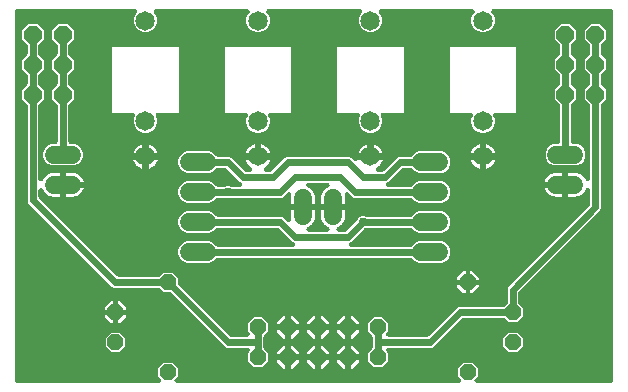
<source format=gbr>
G04 EAGLE Gerber RS-274X export*
G75*
%MOMM*%
%FSLAX34Y34*%
%LPD*%
%INTop Copper*%
%IPPOS*%
%AMOC8*
5,1,8,0,0,1.08239X$1,22.5*%
G01*
%ADD10P,1.429621X8X292.500000*%
%ADD11P,1.539592X8X22.500000*%
%ADD12P,1.429621X8X112.500000*%
%ADD13C,1.524000*%
%ADD14C,1.650000*%
%ADD15P,1.649562X8X292.500000*%
%ADD16C,0.609600*%
%ADD17C,0.756400*%

G36*
X132198Y10162D02*
X132198Y10162D01*
X132207Y10161D01*
X132399Y10182D01*
X132590Y10201D01*
X132599Y10203D01*
X132608Y10204D01*
X132790Y10262D01*
X132975Y10319D01*
X132983Y10323D01*
X132992Y10326D01*
X133160Y10419D01*
X133329Y10511D01*
X133336Y10516D01*
X133344Y10521D01*
X133491Y10645D01*
X133638Y10768D01*
X133644Y10775D01*
X133651Y10781D01*
X133770Y10932D01*
X133891Y11082D01*
X133895Y11090D01*
X133900Y11097D01*
X133988Y11270D01*
X134076Y11439D01*
X134079Y11448D01*
X134083Y11456D01*
X134135Y11642D01*
X134188Y11826D01*
X134188Y11835D01*
X134191Y11844D01*
X134205Y12037D01*
X134221Y12228D01*
X134220Y12236D01*
X134220Y12245D01*
X134196Y12438D01*
X134174Y12627D01*
X134171Y12636D01*
X134170Y12645D01*
X134108Y12828D01*
X134049Y13010D01*
X134044Y13018D01*
X134042Y13026D01*
X133946Y13192D01*
X133851Y13361D01*
X133845Y13368D01*
X133841Y13375D01*
X133626Y13628D01*
X131571Y15683D01*
X131571Y22417D01*
X136333Y27179D01*
X143067Y27179D01*
X147829Y22417D01*
X147829Y15683D01*
X145774Y13628D01*
X145768Y13621D01*
X145762Y13616D01*
X145641Y13466D01*
X145519Y13317D01*
X145515Y13309D01*
X145509Y13302D01*
X145421Y13132D01*
X145330Y12961D01*
X145328Y12952D01*
X145324Y12945D01*
X145271Y12760D01*
X145216Y12575D01*
X145215Y12566D01*
X145212Y12558D01*
X145197Y12367D01*
X145179Y12174D01*
X145180Y12165D01*
X145179Y12156D01*
X145202Y11967D01*
X145223Y11774D01*
X145225Y11765D01*
X145226Y11757D01*
X145286Y11575D01*
X145344Y11390D01*
X145348Y11382D01*
X145351Y11374D01*
X145446Y11205D01*
X145539Y11038D01*
X145545Y11031D01*
X145549Y11023D01*
X145675Y10877D01*
X145799Y10731D01*
X145806Y10725D01*
X145812Y10718D01*
X145964Y10601D01*
X146115Y10481D01*
X146123Y10477D01*
X146130Y10472D01*
X146302Y10386D01*
X146474Y10299D01*
X146483Y10296D01*
X146491Y10292D01*
X146677Y10242D01*
X146862Y10191D01*
X146871Y10190D01*
X146880Y10188D01*
X147210Y10161D01*
X386190Y10161D01*
X386198Y10162D01*
X386207Y10161D01*
X386399Y10182D01*
X386590Y10201D01*
X386599Y10203D01*
X386608Y10204D01*
X386790Y10262D01*
X386975Y10319D01*
X386983Y10323D01*
X386992Y10326D01*
X387160Y10419D01*
X387329Y10511D01*
X387336Y10516D01*
X387344Y10521D01*
X387491Y10645D01*
X387638Y10768D01*
X387644Y10775D01*
X387651Y10781D01*
X387770Y10932D01*
X387891Y11082D01*
X387895Y11090D01*
X387900Y11097D01*
X387988Y11270D01*
X388076Y11439D01*
X388079Y11448D01*
X388083Y11456D01*
X388135Y11642D01*
X388188Y11826D01*
X388188Y11835D01*
X388191Y11844D01*
X388205Y12037D01*
X388221Y12228D01*
X388220Y12236D01*
X388220Y12245D01*
X388196Y12438D01*
X388174Y12627D01*
X388171Y12636D01*
X388170Y12645D01*
X388108Y12828D01*
X388049Y13010D01*
X388044Y13018D01*
X388042Y13026D01*
X387946Y13192D01*
X387851Y13361D01*
X387845Y13368D01*
X387841Y13375D01*
X387626Y13628D01*
X385571Y15683D01*
X385571Y22417D01*
X390333Y27179D01*
X397067Y27179D01*
X401829Y22417D01*
X401829Y15683D01*
X399774Y13628D01*
X399768Y13621D01*
X399762Y13616D01*
X399641Y13466D01*
X399519Y13317D01*
X399515Y13309D01*
X399509Y13302D01*
X399421Y13132D01*
X399330Y12961D01*
X399328Y12952D01*
X399324Y12945D01*
X399271Y12760D01*
X399216Y12575D01*
X399215Y12566D01*
X399212Y12558D01*
X399197Y12367D01*
X399179Y12174D01*
X399180Y12165D01*
X399179Y12156D01*
X399202Y11967D01*
X399223Y11774D01*
X399225Y11765D01*
X399226Y11757D01*
X399286Y11575D01*
X399344Y11390D01*
X399348Y11382D01*
X399351Y11374D01*
X399446Y11205D01*
X399539Y11038D01*
X399545Y11031D01*
X399549Y11023D01*
X399675Y10877D01*
X399799Y10731D01*
X399806Y10725D01*
X399812Y10718D01*
X399964Y10601D01*
X400115Y10481D01*
X400123Y10477D01*
X400130Y10472D01*
X400302Y10386D01*
X400474Y10299D01*
X400483Y10296D01*
X400491Y10292D01*
X400677Y10242D01*
X400862Y10191D01*
X400871Y10190D01*
X400880Y10188D01*
X401210Y10161D01*
X514858Y10161D01*
X514876Y10163D01*
X514894Y10161D01*
X515076Y10182D01*
X515259Y10201D01*
X515276Y10206D01*
X515293Y10208D01*
X515468Y10265D01*
X515644Y10319D01*
X515659Y10327D01*
X515676Y10333D01*
X515836Y10423D01*
X515998Y10511D01*
X516011Y10522D01*
X516027Y10531D01*
X516166Y10651D01*
X516307Y10768D01*
X516318Y10782D01*
X516332Y10794D01*
X516444Y10939D01*
X516559Y11082D01*
X516567Y11098D01*
X516578Y11112D01*
X516660Y11277D01*
X516745Y11439D01*
X516750Y11456D01*
X516758Y11472D01*
X516805Y11651D01*
X516856Y11826D01*
X516858Y11844D01*
X516862Y11861D01*
X516889Y12192D01*
X516889Y324358D01*
X516887Y324376D01*
X516889Y324394D01*
X516868Y324576D01*
X516849Y324759D01*
X516844Y324776D01*
X516842Y324793D01*
X516785Y324968D01*
X516731Y325144D01*
X516723Y325159D01*
X516717Y325176D01*
X516627Y325336D01*
X516539Y325498D01*
X516528Y325511D01*
X516519Y325527D01*
X516399Y325666D01*
X516282Y325807D01*
X516268Y325818D01*
X516256Y325832D01*
X516111Y325944D01*
X515968Y326059D01*
X515952Y326067D01*
X515938Y326078D01*
X515773Y326160D01*
X515611Y326245D01*
X515594Y326250D01*
X515578Y326258D01*
X515399Y326305D01*
X515224Y326356D01*
X515206Y326358D01*
X515189Y326362D01*
X514858Y326389D01*
X415438Y326389D01*
X415429Y326388D01*
X415420Y326389D01*
X415228Y326368D01*
X415038Y326349D01*
X415029Y326347D01*
X415020Y326346D01*
X414838Y326288D01*
X414653Y326231D01*
X414645Y326227D01*
X414636Y326224D01*
X414468Y326131D01*
X414299Y326039D01*
X414292Y326034D01*
X414284Y326029D01*
X414136Y325904D01*
X413989Y325782D01*
X413984Y325775D01*
X413977Y325769D01*
X413857Y325617D01*
X413737Y325468D01*
X413733Y325460D01*
X413727Y325453D01*
X413640Y325280D01*
X413551Y325111D01*
X413549Y325102D01*
X413545Y325094D01*
X413493Y324909D01*
X413440Y324724D01*
X413439Y324715D01*
X413437Y324706D01*
X413423Y324512D01*
X413407Y324322D01*
X413408Y324314D01*
X413408Y324305D01*
X413432Y324114D01*
X413454Y323923D01*
X413457Y323914D01*
X413458Y323905D01*
X413519Y323724D01*
X413579Y323540D01*
X413583Y323532D01*
X413586Y323524D01*
X413682Y323356D01*
X413777Y323189D01*
X413783Y323182D01*
X413787Y323175D01*
X414002Y322922D01*
X414687Y322237D01*
X416175Y318644D01*
X416175Y314756D01*
X414687Y311163D01*
X411937Y308413D01*
X408344Y306925D01*
X404456Y306925D01*
X400863Y308413D01*
X398113Y311163D01*
X396625Y314756D01*
X396625Y318644D01*
X398113Y322237D01*
X398798Y322922D01*
X398804Y322929D01*
X398811Y322934D01*
X398930Y323083D01*
X399053Y323233D01*
X399057Y323241D01*
X399063Y323248D01*
X399151Y323418D01*
X399242Y323589D01*
X399244Y323598D01*
X399249Y323605D01*
X399302Y323790D01*
X399357Y323975D01*
X399357Y323984D01*
X399360Y323992D01*
X399375Y324181D01*
X399393Y324376D01*
X399392Y324385D01*
X399393Y324394D01*
X399371Y324583D01*
X399350Y324776D01*
X399347Y324785D01*
X399346Y324793D01*
X399286Y324976D01*
X399228Y325160D01*
X399224Y325168D01*
X399221Y325176D01*
X399126Y325344D01*
X399033Y325512D01*
X399028Y325519D01*
X399023Y325527D01*
X398898Y325672D01*
X398773Y325819D01*
X398766Y325825D01*
X398760Y325832D01*
X398607Y325950D01*
X398457Y326069D01*
X398449Y326073D01*
X398442Y326078D01*
X398270Y326164D01*
X398098Y326251D01*
X398089Y326254D01*
X398081Y326258D01*
X397896Y326307D01*
X397710Y326359D01*
X397701Y326360D01*
X397693Y326362D01*
X397362Y326389D01*
X320188Y326389D01*
X320179Y326388D01*
X320170Y326389D01*
X319978Y326368D01*
X319788Y326349D01*
X319779Y326347D01*
X319770Y326346D01*
X319588Y326288D01*
X319403Y326231D01*
X319395Y326227D01*
X319386Y326224D01*
X319218Y326131D01*
X319049Y326039D01*
X319042Y326034D01*
X319034Y326029D01*
X318886Y325904D01*
X318739Y325782D01*
X318734Y325775D01*
X318727Y325769D01*
X318607Y325617D01*
X318487Y325468D01*
X318483Y325460D01*
X318477Y325453D01*
X318390Y325280D01*
X318301Y325111D01*
X318299Y325102D01*
X318295Y325094D01*
X318243Y324909D01*
X318190Y324724D01*
X318189Y324715D01*
X318187Y324706D01*
X318173Y324512D01*
X318157Y324322D01*
X318158Y324314D01*
X318158Y324305D01*
X318182Y324114D01*
X318204Y323923D01*
X318207Y323914D01*
X318208Y323905D01*
X318269Y323724D01*
X318329Y323540D01*
X318333Y323532D01*
X318336Y323524D01*
X318432Y323356D01*
X318527Y323189D01*
X318533Y323182D01*
X318537Y323175D01*
X318752Y322922D01*
X319437Y322237D01*
X320925Y318644D01*
X320925Y314756D01*
X319437Y311163D01*
X316687Y308413D01*
X313094Y306925D01*
X309206Y306925D01*
X305613Y308413D01*
X302863Y311163D01*
X301375Y314756D01*
X301375Y318644D01*
X302863Y322237D01*
X303548Y322922D01*
X303554Y322929D01*
X303561Y322934D01*
X303680Y323083D01*
X303803Y323233D01*
X303807Y323241D01*
X303813Y323248D01*
X303901Y323418D01*
X303992Y323589D01*
X303994Y323598D01*
X303999Y323605D01*
X304052Y323790D01*
X304107Y323975D01*
X304107Y323984D01*
X304110Y323992D01*
X304125Y324181D01*
X304143Y324376D01*
X304142Y324385D01*
X304143Y324394D01*
X304121Y324583D01*
X304100Y324776D01*
X304097Y324785D01*
X304096Y324793D01*
X304036Y324976D01*
X303978Y325160D01*
X303974Y325168D01*
X303971Y325176D01*
X303876Y325344D01*
X303783Y325512D01*
X303778Y325519D01*
X303773Y325527D01*
X303648Y325672D01*
X303523Y325819D01*
X303516Y325825D01*
X303510Y325832D01*
X303357Y325950D01*
X303207Y326069D01*
X303199Y326073D01*
X303192Y326078D01*
X303020Y326164D01*
X302848Y326251D01*
X302839Y326254D01*
X302831Y326258D01*
X302646Y326307D01*
X302460Y326359D01*
X302451Y326360D01*
X302443Y326362D01*
X302112Y326389D01*
X224938Y326389D01*
X224929Y326388D01*
X224920Y326389D01*
X224728Y326368D01*
X224538Y326349D01*
X224529Y326347D01*
X224520Y326346D01*
X224338Y326288D01*
X224153Y326231D01*
X224145Y326227D01*
X224136Y326224D01*
X223968Y326131D01*
X223799Y326039D01*
X223792Y326034D01*
X223784Y326029D01*
X223636Y325904D01*
X223489Y325782D01*
X223484Y325775D01*
X223477Y325769D01*
X223357Y325617D01*
X223237Y325468D01*
X223233Y325460D01*
X223227Y325453D01*
X223140Y325280D01*
X223051Y325111D01*
X223049Y325102D01*
X223045Y325094D01*
X222993Y324909D01*
X222940Y324724D01*
X222939Y324715D01*
X222937Y324706D01*
X222923Y324512D01*
X222907Y324322D01*
X222908Y324314D01*
X222908Y324305D01*
X222932Y324114D01*
X222954Y323923D01*
X222957Y323914D01*
X222958Y323905D01*
X223019Y323724D01*
X223079Y323540D01*
X223083Y323532D01*
X223086Y323524D01*
X223182Y323356D01*
X223277Y323189D01*
X223283Y323182D01*
X223287Y323175D01*
X223502Y322922D01*
X224187Y322237D01*
X225675Y318644D01*
X225675Y314756D01*
X224187Y311163D01*
X221437Y308413D01*
X217844Y306925D01*
X213956Y306925D01*
X210363Y308413D01*
X207613Y311163D01*
X206125Y314756D01*
X206125Y318644D01*
X207613Y322237D01*
X208298Y322922D01*
X208304Y322929D01*
X208311Y322934D01*
X208430Y323083D01*
X208553Y323233D01*
X208557Y323241D01*
X208563Y323248D01*
X208651Y323418D01*
X208742Y323589D01*
X208744Y323598D01*
X208749Y323605D01*
X208802Y323790D01*
X208857Y323975D01*
X208857Y323984D01*
X208860Y323992D01*
X208875Y324181D01*
X208893Y324376D01*
X208892Y324385D01*
X208893Y324394D01*
X208871Y324583D01*
X208850Y324776D01*
X208847Y324785D01*
X208846Y324793D01*
X208786Y324976D01*
X208728Y325160D01*
X208724Y325168D01*
X208721Y325176D01*
X208626Y325344D01*
X208533Y325512D01*
X208528Y325519D01*
X208523Y325527D01*
X208398Y325672D01*
X208273Y325819D01*
X208266Y325825D01*
X208260Y325832D01*
X208107Y325950D01*
X207957Y326069D01*
X207949Y326073D01*
X207942Y326078D01*
X207770Y326164D01*
X207598Y326251D01*
X207589Y326254D01*
X207581Y326258D01*
X207396Y326307D01*
X207210Y326359D01*
X207201Y326360D01*
X207193Y326362D01*
X206862Y326389D01*
X129688Y326389D01*
X129679Y326388D01*
X129670Y326389D01*
X129478Y326368D01*
X129288Y326349D01*
X129279Y326347D01*
X129270Y326346D01*
X129088Y326288D01*
X128903Y326231D01*
X128895Y326227D01*
X128886Y326224D01*
X128718Y326131D01*
X128549Y326039D01*
X128542Y326034D01*
X128534Y326029D01*
X128386Y325904D01*
X128239Y325782D01*
X128234Y325775D01*
X128227Y325769D01*
X128107Y325617D01*
X127987Y325468D01*
X127983Y325460D01*
X127977Y325453D01*
X127890Y325280D01*
X127801Y325111D01*
X127799Y325102D01*
X127795Y325094D01*
X127743Y324909D01*
X127690Y324724D01*
X127689Y324715D01*
X127687Y324706D01*
X127673Y324512D01*
X127657Y324322D01*
X127658Y324314D01*
X127658Y324305D01*
X127682Y324114D01*
X127704Y323923D01*
X127707Y323914D01*
X127708Y323905D01*
X127769Y323724D01*
X127829Y323540D01*
X127833Y323532D01*
X127836Y323524D01*
X127932Y323356D01*
X128027Y323189D01*
X128033Y323182D01*
X128037Y323175D01*
X128252Y322922D01*
X128937Y322237D01*
X130425Y318644D01*
X130425Y314756D01*
X128937Y311163D01*
X126187Y308413D01*
X122594Y306925D01*
X118706Y306925D01*
X115113Y308413D01*
X112363Y311163D01*
X110875Y314756D01*
X110875Y318644D01*
X112363Y322237D01*
X113048Y322922D01*
X113054Y322929D01*
X113061Y322934D01*
X113180Y323083D01*
X113303Y323233D01*
X113307Y323241D01*
X113313Y323248D01*
X113401Y323418D01*
X113492Y323589D01*
X113494Y323598D01*
X113499Y323605D01*
X113552Y323790D01*
X113607Y323975D01*
X113607Y323984D01*
X113610Y323992D01*
X113625Y324181D01*
X113643Y324376D01*
X113642Y324385D01*
X113643Y324394D01*
X113621Y324583D01*
X113600Y324776D01*
X113597Y324785D01*
X113596Y324793D01*
X113536Y324976D01*
X113478Y325160D01*
X113474Y325168D01*
X113471Y325176D01*
X113376Y325344D01*
X113283Y325512D01*
X113278Y325519D01*
X113273Y325527D01*
X113148Y325672D01*
X113023Y325819D01*
X113016Y325825D01*
X113010Y325832D01*
X112857Y325950D01*
X112707Y326069D01*
X112699Y326073D01*
X112692Y326078D01*
X112520Y326164D01*
X112348Y326251D01*
X112339Y326254D01*
X112331Y326258D01*
X112146Y326307D01*
X111960Y326359D01*
X111951Y326360D01*
X111943Y326362D01*
X111612Y326389D01*
X34317Y326389D01*
X34285Y326386D01*
X34254Y326388D01*
X34086Y326366D01*
X33916Y326349D01*
X33886Y326340D01*
X33855Y326336D01*
X33608Y326257D01*
X31584Y326289D01*
X31570Y326288D01*
X31552Y326289D01*
X12192Y326289D01*
X12174Y326287D01*
X12156Y326289D01*
X11974Y326268D01*
X11791Y326249D01*
X11774Y326244D01*
X11757Y326242D01*
X11582Y326185D01*
X11406Y326131D01*
X11391Y326123D01*
X11374Y326117D01*
X11214Y326027D01*
X11052Y325939D01*
X11039Y325928D01*
X11023Y325919D01*
X10884Y325799D01*
X10743Y325682D01*
X10732Y325668D01*
X10718Y325656D01*
X10606Y325511D01*
X10491Y325368D01*
X10483Y325352D01*
X10472Y325338D01*
X10390Y325173D01*
X10305Y325011D01*
X10300Y324994D01*
X10292Y324978D01*
X10245Y324799D01*
X10194Y324624D01*
X10192Y324606D01*
X10188Y324589D01*
X10161Y324258D01*
X10161Y12192D01*
X10163Y12174D01*
X10161Y12156D01*
X10182Y11974D01*
X10201Y11791D01*
X10206Y11774D01*
X10208Y11757D01*
X10265Y11582D01*
X10319Y11406D01*
X10327Y11391D01*
X10333Y11374D01*
X10423Y11214D01*
X10511Y11052D01*
X10522Y11039D01*
X10531Y11023D01*
X10651Y10884D01*
X10768Y10743D01*
X10782Y10732D01*
X10794Y10718D01*
X10939Y10606D01*
X11082Y10491D01*
X11098Y10483D01*
X11112Y10472D01*
X11277Y10390D01*
X11439Y10305D01*
X11456Y10300D01*
X11472Y10292D01*
X11651Y10245D01*
X11826Y10194D01*
X11844Y10192D01*
X11861Y10188D01*
X12192Y10161D01*
X132190Y10161D01*
X132198Y10162D01*
G37*
%LPC*%
G36*
X279258Y161256D02*
X279258Y161256D01*
X279240Y161258D01*
X279223Y161262D01*
X278892Y161289D01*
X269239Y161289D01*
X269239Y167170D01*
X269489Y168749D01*
X269984Y170270D01*
X270710Y171695D01*
X271650Y172989D01*
X272781Y174120D01*
X274075Y175060D01*
X275401Y175736D01*
X275508Y175804D01*
X275619Y175865D01*
X275676Y175913D01*
X275740Y175954D01*
X275831Y176041D01*
X275928Y176122D01*
X275975Y176181D01*
X276029Y176234D01*
X276101Y176338D01*
X276180Y176436D01*
X276215Y176503D01*
X276258Y176565D01*
X276308Y176681D01*
X276366Y176793D01*
X276387Y176866D01*
X276416Y176935D01*
X276442Y177059D01*
X276477Y177180D01*
X276483Y177256D01*
X276499Y177329D01*
X276500Y177456D01*
X276510Y177582D01*
X276501Y177657D01*
X276502Y177732D01*
X276478Y177856D01*
X276463Y177981D01*
X276440Y178053D01*
X276425Y178127D01*
X276377Y178244D01*
X276338Y178364D01*
X276301Y178430D01*
X276272Y178500D01*
X276202Y178605D01*
X276140Y178715D01*
X276091Y178772D01*
X276049Y178835D01*
X275960Y178924D01*
X275877Y179020D01*
X275818Y179066D01*
X275764Y179119D01*
X275659Y179189D01*
X275559Y179266D01*
X275492Y179300D01*
X275429Y179342D01*
X275312Y179389D01*
X275199Y179446D01*
X275126Y179465D01*
X275056Y179494D01*
X274932Y179517D01*
X274810Y179550D01*
X274722Y179557D01*
X274660Y179569D01*
X274587Y179568D01*
X274479Y179577D01*
X258921Y179577D01*
X258795Y179565D01*
X258669Y179562D01*
X258595Y179545D01*
X258520Y179537D01*
X258400Y179500D01*
X258276Y179472D01*
X258208Y179441D01*
X258135Y179419D01*
X258024Y179359D01*
X257909Y179307D01*
X257848Y179263D01*
X257781Y179227D01*
X257684Y179147D01*
X257582Y179073D01*
X257530Y179018D01*
X257472Y178970D01*
X257393Y178871D01*
X257307Y178779D01*
X257267Y178715D01*
X257220Y178656D01*
X257162Y178544D01*
X257095Y178436D01*
X257069Y178366D01*
X257034Y178299D01*
X256999Y178177D01*
X256955Y178059D01*
X256944Y177984D01*
X256923Y177912D01*
X256913Y177786D01*
X256893Y177661D01*
X256896Y177586D01*
X256890Y177510D01*
X256905Y177385D01*
X256910Y177259D01*
X256928Y177185D01*
X256937Y177111D01*
X256976Y176991D01*
X257006Y176868D01*
X257038Y176800D01*
X257062Y176728D01*
X257124Y176618D01*
X257178Y176504D01*
X257223Y176443D01*
X257260Y176377D01*
X257342Y176282D01*
X257418Y176180D01*
X257474Y176130D01*
X257523Y176073D01*
X257622Y175995D01*
X257716Y175910D01*
X257791Y175864D01*
X257841Y175826D01*
X257907Y175793D01*
X257999Y175736D01*
X259325Y175060D01*
X260619Y174120D01*
X261750Y172989D01*
X262690Y171695D01*
X263416Y170270D01*
X263911Y168749D01*
X264161Y167170D01*
X264161Y161289D01*
X254508Y161289D01*
X254490Y161287D01*
X254473Y161289D01*
X254290Y161268D01*
X254108Y161249D01*
X254091Y161244D01*
X254073Y161242D01*
X253995Y161217D01*
X253858Y161256D01*
X253840Y161258D01*
X253823Y161262D01*
X253492Y161289D01*
X243839Y161289D01*
X243839Y167170D01*
X244103Y168837D01*
X244124Y168907D01*
X244131Y168982D01*
X244147Y169055D01*
X244149Y169181D01*
X244161Y169308D01*
X244152Y169382D01*
X244154Y169457D01*
X244131Y169582D01*
X244117Y169708D01*
X244094Y169780D01*
X244081Y169853D01*
X244034Y169971D01*
X243996Y170092D01*
X243959Y170157D01*
X243931Y170227D01*
X243862Y170334D01*
X243801Y170444D01*
X243752Y170501D01*
X243711Y170564D01*
X243622Y170655D01*
X243540Y170751D01*
X243481Y170798D01*
X243429Y170851D01*
X243324Y170922D01*
X243224Y171001D01*
X243157Y171035D01*
X243095Y171077D01*
X242978Y171126D01*
X242865Y171183D01*
X242793Y171203D01*
X242724Y171232D01*
X242600Y171257D01*
X242478Y171291D01*
X242403Y171297D01*
X242329Y171311D01*
X242203Y171311D01*
X242076Y171320D01*
X242001Y171311D01*
X241926Y171311D01*
X241802Y171286D01*
X241677Y171270D01*
X241605Y171246D01*
X241532Y171231D01*
X241415Y171182D01*
X241295Y171142D01*
X241230Y171104D01*
X241161Y171075D01*
X241056Y171004D01*
X240946Y170941D01*
X240880Y170884D01*
X240828Y170849D01*
X240776Y170796D01*
X240693Y170726D01*
X237540Y167573D01*
X235860Y166877D01*
X193732Y166877D01*
X193701Y166874D01*
X193669Y166876D01*
X193500Y166854D01*
X193331Y166837D01*
X193301Y166828D01*
X193270Y166824D01*
X192954Y166723D01*
X191556Y166143D01*
X189444Y166143D01*
X188046Y166723D01*
X188016Y166732D01*
X187988Y166746D01*
X187823Y166790D01*
X187660Y166839D01*
X187629Y166842D01*
X187599Y166850D01*
X187268Y166877D01*
X181921Y166877D01*
X181895Y166875D01*
X181868Y166877D01*
X181694Y166855D01*
X181521Y166837D01*
X181495Y166830D01*
X181468Y166826D01*
X181303Y166770D01*
X181136Y166719D01*
X181112Y166706D01*
X181087Y166698D01*
X180936Y166611D01*
X180782Y166527D01*
X180761Y166510D01*
X180738Y166497D01*
X180485Y166282D01*
X177900Y163697D01*
X174639Y162346D01*
X174638Y162346D01*
X174539Y162305D01*
X155661Y162305D01*
X152300Y163697D01*
X149727Y166270D01*
X148335Y169631D01*
X148335Y173269D01*
X149727Y176630D01*
X152300Y179203D01*
X155661Y180595D01*
X174539Y180595D01*
X177900Y179203D01*
X180485Y176618D01*
X180506Y176601D01*
X180523Y176580D01*
X180661Y176473D01*
X180796Y176363D01*
X180820Y176350D01*
X180841Y176334D01*
X180998Y176256D01*
X181152Y176174D01*
X181178Y176166D01*
X181202Y176154D01*
X181371Y176109D01*
X181538Y176059D01*
X181565Y176057D01*
X181591Y176050D01*
X181921Y176023D01*
X187268Y176023D01*
X187299Y176026D01*
X187331Y176024D01*
X187500Y176046D01*
X187669Y176063D01*
X187699Y176072D01*
X187730Y176076D01*
X188046Y176177D01*
X189444Y176757D01*
X191556Y176757D01*
X192954Y176177D01*
X192984Y176168D01*
X193012Y176154D01*
X193177Y176110D01*
X193340Y176061D01*
X193371Y176058D01*
X193401Y176050D01*
X193732Y176023D01*
X200660Y176023D01*
X200665Y176023D01*
X200669Y176023D01*
X200863Y176043D01*
X201061Y176063D01*
X201065Y176064D01*
X201069Y176064D01*
X201255Y176122D01*
X201446Y176181D01*
X201450Y176183D01*
X201454Y176184D01*
X201625Y176278D01*
X201800Y176373D01*
X201803Y176375D01*
X201807Y176378D01*
X201957Y176504D01*
X202109Y176630D01*
X202112Y176634D01*
X202115Y176637D01*
X202238Y176791D01*
X202361Y176944D01*
X202363Y176948D01*
X202366Y176951D01*
X202456Y177126D01*
X202547Y177301D01*
X202548Y177306D01*
X202550Y177310D01*
X202603Y177497D01*
X202658Y177688D01*
X202659Y177693D01*
X202660Y177697D01*
X202675Y177890D01*
X202691Y178090D01*
X202690Y178094D01*
X202691Y178098D01*
X202667Y178291D01*
X202644Y178489D01*
X202643Y178494D01*
X202642Y178498D01*
X202582Y178681D01*
X202519Y178872D01*
X202517Y178876D01*
X202516Y178880D01*
X202420Y179048D01*
X202321Y179223D01*
X202318Y179226D01*
X202316Y179230D01*
X202186Y179379D01*
X202058Y179527D01*
X202055Y179530D01*
X202052Y179534D01*
X201895Y179654D01*
X201740Y179774D01*
X201736Y179776D01*
X201733Y179779D01*
X201437Y179931D01*
X200610Y180273D01*
X189201Y191682D01*
X189180Y191699D01*
X189163Y191720D01*
X189025Y191827D01*
X188889Y191937D01*
X188866Y191950D01*
X188845Y191966D01*
X188688Y192044D01*
X188534Y192126D01*
X188508Y192134D01*
X188484Y192146D01*
X188315Y192191D01*
X188148Y192241D01*
X188121Y192243D01*
X188095Y192250D01*
X187765Y192277D01*
X181921Y192277D01*
X181895Y192275D01*
X181868Y192277D01*
X181694Y192255D01*
X181521Y192237D01*
X181495Y192230D01*
X181468Y192226D01*
X181303Y192170D01*
X181136Y192119D01*
X181112Y192106D01*
X181087Y192098D01*
X180936Y192011D01*
X180782Y191927D01*
X180761Y191910D01*
X180738Y191897D01*
X180485Y191682D01*
X177900Y189097D01*
X177068Y188753D01*
X174539Y187705D01*
X155661Y187705D01*
X152300Y189097D01*
X149727Y191670D01*
X148335Y195031D01*
X148335Y198669D01*
X149727Y202030D01*
X152300Y204603D01*
X154029Y205319D01*
X155661Y205995D01*
X174539Y205995D01*
X177900Y204603D01*
X180485Y202018D01*
X180506Y202001D01*
X180523Y201980D01*
X180661Y201873D01*
X180796Y201763D01*
X180820Y201750D01*
X180841Y201734D01*
X180998Y201656D01*
X181152Y201574D01*
X181178Y201566D01*
X181202Y201554D01*
X181371Y201509D01*
X181538Y201459D01*
X181565Y201457D01*
X181591Y201450D01*
X181921Y201423D01*
X191410Y201423D01*
X193090Y200727D01*
X204499Y189318D01*
X204520Y189301D01*
X204537Y189280D01*
X204675Y189173D01*
X204811Y189063D01*
X204834Y189050D01*
X204855Y189034D01*
X205012Y188956D01*
X205166Y188874D01*
X205192Y188866D01*
X205216Y188854D01*
X205385Y188809D01*
X205552Y188759D01*
X205579Y188757D01*
X205605Y188750D01*
X205935Y188723D01*
X209152Y188723D01*
X209319Y188739D01*
X209487Y188751D01*
X209519Y188759D01*
X209552Y188763D01*
X209713Y188812D01*
X209876Y188856D01*
X209905Y188871D01*
X209937Y188881D01*
X210085Y188961D01*
X210236Y189036D01*
X210262Y189057D01*
X210291Y189073D01*
X210420Y189180D01*
X210553Y189284D01*
X210575Y189309D01*
X210601Y189330D01*
X210706Y189461D01*
X210816Y189589D01*
X210832Y189618D01*
X210853Y189644D01*
X210930Y189793D01*
X211013Y189940D01*
X211023Y189972D01*
X211038Y190001D01*
X211085Y190163D01*
X211137Y190323D01*
X211141Y190356D01*
X211150Y190388D01*
X211164Y190556D01*
X211183Y190723D01*
X211180Y190756D01*
X211183Y190790D01*
X211163Y190957D01*
X211149Y191124D01*
X211140Y191156D01*
X211136Y191189D01*
X211084Y191349D01*
X211037Y191511D01*
X211021Y191540D01*
X211011Y191572D01*
X210928Y191719D01*
X210850Y191868D01*
X210829Y191894D01*
X210813Y191923D01*
X210703Y192050D01*
X210597Y192181D01*
X210569Y192205D01*
X210550Y192227D01*
X210482Y192280D01*
X210346Y192397D01*
X208870Y193469D01*
X207669Y194670D01*
X206671Y196044D01*
X205900Y197558D01*
X205447Y198951D01*
X215182Y198951D01*
X215200Y198952D01*
X215217Y198951D01*
X215400Y198972D01*
X215582Y198991D01*
X215599Y198996D01*
X215617Y198998D01*
X215792Y199055D01*
X215892Y199086D01*
X215899Y199082D01*
X216077Y199034D01*
X216252Y198984D01*
X216270Y198982D01*
X216287Y198978D01*
X216618Y198951D01*
X226353Y198951D01*
X225900Y197558D01*
X225129Y196044D01*
X224131Y194670D01*
X222930Y193469D01*
X221454Y192397D01*
X221328Y192285D01*
X221199Y192178D01*
X221179Y192152D01*
X221154Y192130D01*
X221052Y191995D01*
X220947Y191864D01*
X220932Y191834D01*
X220912Y191808D01*
X220839Y191655D01*
X220762Y191507D01*
X220752Y191475D01*
X220738Y191445D01*
X220697Y191281D01*
X220650Y191120D01*
X220647Y191086D01*
X220639Y191054D01*
X220631Y190886D01*
X220617Y190718D01*
X220621Y190685D01*
X220619Y190652D01*
X220645Y190486D01*
X220664Y190319D01*
X220674Y190287D01*
X220679Y190254D01*
X220737Y190096D01*
X220789Y189936D01*
X220805Y189907D01*
X220817Y189875D01*
X220904Y189732D01*
X220987Y189585D01*
X221009Y189560D01*
X221026Y189531D01*
X221140Y189408D01*
X221250Y189280D01*
X221276Y189260D01*
X221299Y189236D01*
X221435Y189137D01*
X221568Y189034D01*
X221598Y189019D01*
X221625Y188999D01*
X221778Y188929D01*
X221929Y188854D01*
X221961Y188846D01*
X221991Y188832D01*
X222154Y188794D01*
X222317Y188750D01*
X222355Y188747D01*
X222383Y188740D01*
X222469Y188737D01*
X222648Y188723D01*
X225865Y188723D01*
X225891Y188725D01*
X225918Y188723D01*
X226092Y188745D01*
X226265Y188763D01*
X226291Y188770D01*
X226317Y188774D01*
X226483Y188829D01*
X226650Y188881D01*
X226674Y188894D01*
X226699Y188902D01*
X226851Y188989D01*
X227004Y189073D01*
X227025Y189090D01*
X227048Y189103D01*
X227301Y189318D01*
X238710Y200727D01*
X240390Y201423D01*
X293010Y201423D01*
X294690Y200727D01*
X296262Y199155D01*
X297029Y198388D01*
X297160Y198281D01*
X297286Y198170D01*
X297315Y198154D01*
X297340Y198133D01*
X297490Y198054D01*
X297635Y197970D01*
X297667Y197960D01*
X297696Y197944D01*
X297858Y197896D01*
X298017Y197843D01*
X298050Y197839D01*
X298082Y197829D01*
X298250Y197814D01*
X298417Y197793D01*
X298450Y197796D01*
X298483Y197793D01*
X298651Y197811D01*
X298818Y197824D01*
X298850Y197833D01*
X298883Y197836D01*
X299044Y197887D01*
X299206Y197933D01*
X299235Y197948D01*
X299267Y197958D01*
X299414Y198039D01*
X299564Y198116D01*
X299590Y198137D01*
X299619Y198153D01*
X299748Y198262D01*
X299880Y198366D01*
X299901Y198392D01*
X299926Y198413D01*
X300031Y198545D01*
X300139Y198674D01*
X300155Y198703D01*
X300176Y198729D01*
X300252Y198879D01*
X300292Y198951D01*
X310432Y198951D01*
X310450Y198952D01*
X310467Y198951D01*
X310650Y198972D01*
X310832Y198991D01*
X310849Y198996D01*
X310867Y198998D01*
X311042Y199055D01*
X311142Y199086D01*
X311149Y199082D01*
X311327Y199034D01*
X311502Y198984D01*
X311520Y198982D01*
X311537Y198978D01*
X311868Y198951D01*
X321603Y198951D01*
X321150Y197558D01*
X320379Y196044D01*
X319381Y194670D01*
X318180Y193469D01*
X316704Y192397D01*
X316578Y192285D01*
X316449Y192178D01*
X316429Y192152D01*
X316404Y192130D01*
X316302Y191995D01*
X316197Y191864D01*
X316182Y191834D01*
X316162Y191808D01*
X316089Y191655D01*
X316012Y191507D01*
X316002Y191475D01*
X315988Y191445D01*
X315947Y191281D01*
X315900Y191120D01*
X315897Y191086D01*
X315889Y191054D01*
X315881Y190886D01*
X315867Y190718D01*
X315871Y190685D01*
X315869Y190652D01*
X315895Y190486D01*
X315914Y190319D01*
X315924Y190287D01*
X315929Y190254D01*
X315987Y190096D01*
X316039Y189936D01*
X316055Y189907D01*
X316067Y189875D01*
X316154Y189732D01*
X316237Y189585D01*
X316259Y189560D01*
X316276Y189531D01*
X316390Y189408D01*
X316500Y189280D01*
X316526Y189260D01*
X316549Y189236D01*
X316685Y189137D01*
X316818Y189034D01*
X316848Y189019D01*
X316875Y188999D01*
X317028Y188929D01*
X317179Y188854D01*
X317211Y188846D01*
X317241Y188832D01*
X317404Y188794D01*
X317567Y188750D01*
X317605Y188747D01*
X317633Y188740D01*
X317719Y188737D01*
X317898Y188723D01*
X321115Y188723D01*
X321141Y188725D01*
X321168Y188723D01*
X321342Y188745D01*
X321515Y188763D01*
X321541Y188770D01*
X321567Y188774D01*
X321733Y188830D01*
X321900Y188881D01*
X321924Y188894D01*
X321949Y188902D01*
X322101Y188989D01*
X322254Y189073D01*
X322275Y189090D01*
X322298Y189103D01*
X322551Y189318D01*
X333960Y200727D01*
X335640Y201423D01*
X345129Y201423D01*
X345155Y201425D01*
X345182Y201423D01*
X345356Y201445D01*
X345529Y201463D01*
X345555Y201470D01*
X345581Y201474D01*
X345747Y201529D01*
X345914Y201581D01*
X345938Y201594D01*
X345963Y201602D01*
X346115Y201689D01*
X346268Y201773D01*
X346289Y201790D01*
X346312Y201803D01*
X346565Y202018D01*
X349150Y204603D01*
X350879Y205319D01*
X352511Y205995D01*
X371389Y205995D01*
X374750Y204603D01*
X377323Y202030D01*
X378715Y198669D01*
X378715Y195031D01*
X377323Y191670D01*
X374750Y189097D01*
X373918Y188753D01*
X371389Y187705D01*
X352511Y187705D01*
X349150Y189097D01*
X346565Y191682D01*
X346544Y191699D01*
X346527Y191720D01*
X346389Y191827D01*
X346254Y191937D01*
X346230Y191950D01*
X346209Y191966D01*
X346052Y192044D01*
X345898Y192126D01*
X345872Y192134D01*
X345848Y192146D01*
X345679Y192191D01*
X345512Y192241D01*
X345485Y192243D01*
X345459Y192250D01*
X345129Y192277D01*
X339285Y192277D01*
X339259Y192275D01*
X339232Y192277D01*
X339058Y192255D01*
X338885Y192237D01*
X338859Y192230D01*
X338833Y192226D01*
X338667Y192171D01*
X338500Y192119D01*
X338476Y192106D01*
X338451Y192098D01*
X338299Y192011D01*
X338146Y191927D01*
X338125Y191910D01*
X338102Y191897D01*
X337849Y191682D01*
X328012Y181845D01*
X326440Y180273D01*
X325613Y179931D01*
X325609Y179929D01*
X325604Y179927D01*
X325432Y179834D01*
X325258Y179740D01*
X325254Y179738D01*
X325250Y179735D01*
X325102Y179611D01*
X324947Y179484D01*
X324945Y179481D01*
X324941Y179478D01*
X324817Y179323D01*
X324694Y179171D01*
X324692Y179167D01*
X324689Y179164D01*
X324598Y178989D01*
X324507Y178815D01*
X324505Y178811D01*
X324503Y178807D01*
X324449Y178617D01*
X324393Y178428D01*
X324393Y178424D01*
X324392Y178420D01*
X324376Y178222D01*
X324359Y178027D01*
X324359Y178023D01*
X324359Y178018D01*
X324383Y177815D01*
X324404Y177627D01*
X324405Y177623D01*
X324406Y177619D01*
X324467Y177430D01*
X324527Y177244D01*
X324529Y177240D01*
X324531Y177236D01*
X324628Y177063D01*
X324724Y176892D01*
X324726Y176889D01*
X324729Y176885D01*
X324857Y176736D01*
X324985Y176587D01*
X324989Y176584D01*
X324992Y176580D01*
X325144Y176462D01*
X325302Y176338D01*
X325306Y176336D01*
X325310Y176334D01*
X325485Y176247D01*
X325662Y176158D01*
X325666Y176156D01*
X325670Y176154D01*
X325863Y176103D01*
X326050Y176051D01*
X326055Y176051D01*
X326059Y176050D01*
X326390Y176023D01*
X345129Y176023D01*
X345155Y176025D01*
X345182Y176023D01*
X345356Y176045D01*
X345529Y176063D01*
X345555Y176070D01*
X345581Y176074D01*
X345747Y176129D01*
X345914Y176181D01*
X345938Y176194D01*
X345963Y176202D01*
X346115Y176289D01*
X346268Y176373D01*
X346289Y176390D01*
X346312Y176403D01*
X346565Y176618D01*
X349150Y179203D01*
X352511Y180595D01*
X371389Y180595D01*
X374750Y179203D01*
X377323Y176630D01*
X378715Y173269D01*
X378715Y169631D01*
X377323Y166270D01*
X374750Y163697D01*
X371489Y162346D01*
X371488Y162346D01*
X371389Y162305D01*
X352511Y162305D01*
X349150Y163697D01*
X346565Y166282D01*
X346544Y166299D01*
X346527Y166320D01*
X346389Y166427D01*
X346254Y166537D01*
X346230Y166550D01*
X346209Y166566D01*
X346052Y166644D01*
X345898Y166726D01*
X345872Y166734D01*
X345848Y166746D01*
X345679Y166791D01*
X345512Y166841D01*
X345485Y166843D01*
X345459Y166850D01*
X345129Y166877D01*
X297540Y166877D01*
X295860Y167573D01*
X292707Y170726D01*
X292609Y170807D01*
X292517Y170894D01*
X292453Y170934D01*
X292395Y170981D01*
X292284Y171041D01*
X292176Y171108D01*
X292106Y171135D01*
X292040Y171170D01*
X291919Y171206D01*
X291800Y171251D01*
X291726Y171263D01*
X291654Y171285D01*
X291527Y171296D01*
X291403Y171317D01*
X291328Y171314D01*
X291253Y171321D01*
X291127Y171307D01*
X291000Y171303D01*
X290927Y171286D01*
X290853Y171278D01*
X290732Y171239D01*
X290609Y171210D01*
X290540Y171179D01*
X290469Y171156D01*
X290358Y171095D01*
X290243Y171042D01*
X290182Y170998D01*
X290116Y170961D01*
X290020Y170879D01*
X289917Y170805D01*
X289867Y170749D01*
X289809Y170701D01*
X289731Y170601D01*
X289645Y170508D01*
X289606Y170444D01*
X289560Y170385D01*
X289502Y170272D01*
X289437Y170164D01*
X289411Y170093D01*
X289377Y170026D01*
X289343Y169904D01*
X289301Y169785D01*
X289290Y169710D01*
X289269Y169638D01*
X289260Y169512D01*
X289242Y169386D01*
X289246Y169311D01*
X289240Y169237D01*
X289256Y169111D01*
X289262Y168984D01*
X289283Y168899D01*
X289290Y168837D01*
X289302Y168803D01*
X289561Y167170D01*
X289561Y161289D01*
X279908Y161289D01*
X279890Y161287D01*
X279873Y161289D01*
X279690Y161268D01*
X279508Y161249D01*
X279491Y161244D01*
X279473Y161242D01*
X279395Y161217D01*
X279258Y161256D01*
G37*
%LPD*%
%LPC*%
G36*
X155661Y111505D02*
X155661Y111505D01*
X152300Y112897D01*
X149727Y115470D01*
X148335Y118831D01*
X148335Y122469D01*
X149727Y125830D01*
X152300Y128403D01*
X155661Y129795D01*
X174539Y129795D01*
X177900Y128403D01*
X180485Y125818D01*
X180506Y125801D01*
X180523Y125780D01*
X180661Y125673D01*
X180796Y125563D01*
X180820Y125550D01*
X180841Y125534D01*
X180998Y125456D01*
X181152Y125374D01*
X181178Y125366D01*
X181202Y125354D01*
X181371Y125309D01*
X181538Y125259D01*
X181565Y125257D01*
X181591Y125250D01*
X181921Y125223D01*
X245110Y125223D01*
X245115Y125223D01*
X245119Y125223D01*
X245313Y125243D01*
X245511Y125263D01*
X245515Y125264D01*
X245519Y125264D01*
X245705Y125322D01*
X245896Y125381D01*
X245900Y125383D01*
X245904Y125384D01*
X246075Y125478D01*
X246250Y125573D01*
X246253Y125575D01*
X246257Y125578D01*
X246408Y125705D01*
X246559Y125830D01*
X246562Y125834D01*
X246565Y125837D01*
X246688Y125991D01*
X246811Y126144D01*
X246813Y126148D01*
X246816Y126151D01*
X246906Y126326D01*
X246997Y126501D01*
X246998Y126506D01*
X247000Y126510D01*
X247052Y126695D01*
X247108Y126888D01*
X247109Y126893D01*
X247110Y126897D01*
X247125Y127090D01*
X247141Y127290D01*
X247140Y127294D01*
X247141Y127298D01*
X247117Y127491D01*
X247094Y127689D01*
X247093Y127694D01*
X247092Y127698D01*
X247032Y127881D01*
X246969Y128072D01*
X246967Y128076D01*
X246966Y128080D01*
X246870Y128248D01*
X246771Y128423D01*
X246768Y128426D01*
X246766Y128430D01*
X246636Y128579D01*
X246508Y128727D01*
X246505Y128730D01*
X246502Y128734D01*
X246345Y128854D01*
X246190Y128974D01*
X246186Y128976D01*
X246183Y128979D01*
X245887Y129131D01*
X245060Y129473D01*
X233651Y140882D01*
X233630Y140899D01*
X233613Y140920D01*
X233475Y141027D01*
X233339Y141137D01*
X233316Y141150D01*
X233295Y141166D01*
X233138Y141244D01*
X232984Y141326D01*
X232958Y141334D01*
X232934Y141346D01*
X232765Y141391D01*
X232598Y141441D01*
X232571Y141443D01*
X232545Y141450D01*
X232215Y141477D01*
X181921Y141477D01*
X181895Y141475D01*
X181868Y141477D01*
X181694Y141455D01*
X181521Y141437D01*
X181495Y141430D01*
X181468Y141426D01*
X181303Y141370D01*
X181136Y141319D01*
X181112Y141306D01*
X181087Y141298D01*
X180936Y141211D01*
X180782Y141127D01*
X180761Y141110D01*
X180738Y141097D01*
X180485Y140882D01*
X177900Y138297D01*
X174539Y136905D01*
X155661Y136905D01*
X152300Y138297D01*
X149727Y140870D01*
X148335Y144231D01*
X148335Y147869D01*
X149727Y151230D01*
X152300Y153803D01*
X155661Y155195D01*
X174539Y155195D01*
X177900Y153803D01*
X180485Y151218D01*
X180506Y151201D01*
X180523Y151180D01*
X180661Y151073D01*
X180796Y150963D01*
X180820Y150950D01*
X180841Y150934D01*
X180998Y150856D01*
X181152Y150774D01*
X181178Y150766D01*
X181202Y150754D01*
X181371Y150709D01*
X181538Y150659D01*
X181565Y150657D01*
X181591Y150650D01*
X181921Y150623D01*
X235860Y150623D01*
X237540Y149927D01*
X239112Y148355D01*
X239112Y148354D01*
X240693Y146774D01*
X240791Y146694D01*
X240883Y146606D01*
X240946Y146566D01*
X241005Y146519D01*
X241116Y146459D01*
X241223Y146392D01*
X241294Y146365D01*
X241360Y146330D01*
X241482Y146294D01*
X241600Y146249D01*
X241674Y146237D01*
X241746Y146215D01*
X241872Y146204D01*
X241997Y146183D01*
X242072Y146186D01*
X242147Y146179D01*
X242273Y146193D01*
X242399Y146197D01*
X242472Y146214D01*
X242547Y146222D01*
X242668Y146261D01*
X242791Y146290D01*
X242859Y146321D01*
X242931Y146344D01*
X243042Y146405D01*
X243157Y146458D01*
X243218Y146502D01*
X243284Y146539D01*
X243380Y146620D01*
X243482Y146695D01*
X243533Y146750D01*
X243591Y146799D01*
X243669Y146899D01*
X243755Y146992D01*
X243793Y147056D01*
X243840Y147115D01*
X243898Y147228D01*
X243963Y147336D01*
X243988Y147407D01*
X244023Y147474D01*
X244057Y147596D01*
X244099Y147715D01*
X244110Y147789D01*
X244131Y147862D01*
X244140Y147988D01*
X244158Y148113D01*
X244154Y148188D01*
X244160Y148263D01*
X244144Y148389D01*
X244138Y148515D01*
X244117Y148600D01*
X244110Y148663D01*
X244098Y148697D01*
X243839Y150330D01*
X243839Y156211D01*
X253492Y156211D01*
X253510Y156212D01*
X253527Y156211D01*
X253710Y156232D01*
X253892Y156251D01*
X253909Y156256D01*
X253927Y156258D01*
X254005Y156283D01*
X254142Y156244D01*
X254160Y156242D01*
X254177Y156238D01*
X254508Y156211D01*
X264161Y156211D01*
X264161Y150330D01*
X263911Y148751D01*
X263416Y147230D01*
X262690Y145805D01*
X261750Y144511D01*
X260619Y143380D01*
X259325Y142440D01*
X257999Y141764D01*
X257892Y141696D01*
X257781Y141635D01*
X257723Y141587D01*
X257660Y141546D01*
X257569Y141459D01*
X257472Y141378D01*
X257425Y141319D01*
X257371Y141266D01*
X257299Y141162D01*
X257220Y141064D01*
X257185Y140997D01*
X257142Y140935D01*
X257092Y140819D01*
X257034Y140707D01*
X257013Y140634D01*
X256984Y140565D01*
X256958Y140441D01*
X256923Y140320D01*
X256917Y140244D01*
X256901Y140171D01*
X256900Y140044D01*
X256890Y139918D01*
X256899Y139843D01*
X256898Y139768D01*
X256922Y139644D01*
X256937Y139519D01*
X256960Y139447D01*
X256975Y139373D01*
X257023Y139256D01*
X257062Y139136D01*
X257099Y139070D01*
X257128Y139000D01*
X257198Y138895D01*
X257260Y138785D01*
X257309Y138728D01*
X257351Y138665D01*
X257440Y138576D01*
X257523Y138480D01*
X257582Y138434D01*
X257636Y138381D01*
X257741Y138311D01*
X257841Y138234D01*
X257909Y138200D01*
X257971Y138158D01*
X258088Y138111D01*
X258201Y138054D01*
X258274Y138035D01*
X258344Y138006D01*
X258468Y137983D01*
X258590Y137950D01*
X258678Y137943D01*
X258740Y137931D01*
X258813Y137932D01*
X258921Y137923D01*
X274479Y137923D01*
X274605Y137935D01*
X274731Y137938D01*
X274805Y137955D01*
X274880Y137963D01*
X275000Y138000D01*
X275124Y138028D01*
X275192Y138059D01*
X275265Y138081D01*
X275376Y138141D01*
X275491Y138193D01*
X275552Y138237D01*
X275619Y138273D01*
X275716Y138353D01*
X275818Y138427D01*
X275870Y138482D01*
X275928Y138530D01*
X276007Y138629D01*
X276093Y138721D01*
X276133Y138785D01*
X276180Y138844D01*
X276238Y138956D01*
X276305Y139064D01*
X276331Y139134D01*
X276366Y139201D01*
X276401Y139323D01*
X276445Y139441D01*
X276456Y139516D01*
X276477Y139588D01*
X276487Y139714D01*
X276507Y139839D01*
X276504Y139914D01*
X276510Y139990D01*
X276495Y140115D01*
X276490Y140241D01*
X276472Y140315D01*
X276463Y140389D01*
X276424Y140509D01*
X276394Y140632D01*
X276362Y140700D01*
X276338Y140772D01*
X276276Y140882D01*
X276222Y140996D01*
X276177Y141057D01*
X276140Y141123D01*
X276058Y141218D01*
X275982Y141320D01*
X275927Y141370D01*
X275877Y141427D01*
X275778Y141505D01*
X275684Y141590D01*
X275609Y141636D01*
X275559Y141674D01*
X275493Y141707D01*
X275401Y141764D01*
X274075Y142440D01*
X272781Y143380D01*
X271650Y144511D01*
X270710Y145805D01*
X269984Y147230D01*
X269489Y148751D01*
X269239Y150330D01*
X269239Y156211D01*
X278892Y156211D01*
X278910Y156212D01*
X278927Y156211D01*
X279110Y156232D01*
X279292Y156251D01*
X279309Y156256D01*
X279327Y156258D01*
X279405Y156283D01*
X279542Y156244D01*
X279560Y156242D01*
X279577Y156238D01*
X279908Y156211D01*
X289561Y156211D01*
X289561Y150330D01*
X289311Y148751D01*
X288816Y147230D01*
X288090Y145805D01*
X287150Y144511D01*
X286019Y143380D01*
X284725Y142440D01*
X283399Y141764D01*
X283292Y141696D01*
X283181Y141635D01*
X283124Y141587D01*
X283060Y141546D01*
X282969Y141459D01*
X282872Y141378D01*
X282825Y141319D01*
X282771Y141266D01*
X282699Y141162D01*
X282620Y141064D01*
X282585Y140997D01*
X282542Y140935D01*
X282492Y140819D01*
X282434Y140707D01*
X282413Y140634D01*
X282384Y140565D01*
X282358Y140441D01*
X282323Y140320D01*
X282317Y140244D01*
X282301Y140171D01*
X282300Y140044D01*
X282290Y139918D01*
X282299Y139843D01*
X282298Y139768D01*
X282322Y139644D01*
X282337Y139519D01*
X282360Y139447D01*
X282375Y139373D01*
X282423Y139256D01*
X282462Y139136D01*
X282499Y139070D01*
X282528Y139000D01*
X282598Y138895D01*
X282660Y138785D01*
X282709Y138728D01*
X282751Y138665D01*
X282840Y138576D01*
X282923Y138480D01*
X282982Y138434D01*
X283036Y138381D01*
X283141Y138311D01*
X283241Y138234D01*
X283308Y138200D01*
X283371Y138158D01*
X283488Y138111D01*
X283601Y138054D01*
X283674Y138035D01*
X283744Y138006D01*
X283868Y137983D01*
X283990Y137950D01*
X284078Y137943D01*
X284140Y137931D01*
X284213Y137932D01*
X284321Y137923D01*
X289365Y137923D01*
X289391Y137925D01*
X289418Y137923D01*
X289592Y137945D01*
X289765Y137963D01*
X289791Y137970D01*
X289817Y137974D01*
X289983Y138029D01*
X290150Y138081D01*
X290174Y138094D01*
X290199Y138102D01*
X290350Y138189D01*
X290504Y138273D01*
X290525Y138290D01*
X290548Y138303D01*
X290801Y138518D01*
X299281Y146998D01*
X299301Y147022D01*
X299325Y147043D01*
X299429Y147178D01*
X299537Y147310D01*
X299551Y147337D01*
X299570Y147362D01*
X299722Y147657D01*
X300301Y149056D01*
X301794Y150549D01*
X303744Y151357D01*
X305856Y151357D01*
X307254Y150777D01*
X307284Y150768D01*
X307312Y150754D01*
X307477Y150710D01*
X307640Y150661D01*
X307671Y150658D01*
X307701Y150650D01*
X308032Y150623D01*
X345129Y150623D01*
X345155Y150625D01*
X345182Y150623D01*
X345356Y150645D01*
X345529Y150663D01*
X345555Y150670D01*
X345581Y150674D01*
X345747Y150729D01*
X345914Y150781D01*
X345938Y150794D01*
X345963Y150802D01*
X346115Y150889D01*
X346268Y150973D01*
X346289Y150990D01*
X346312Y151003D01*
X346565Y151218D01*
X349150Y153803D01*
X352511Y155195D01*
X371389Y155195D01*
X374750Y153803D01*
X377323Y151230D01*
X378715Y147869D01*
X378715Y144231D01*
X377323Y140870D01*
X374750Y138297D01*
X371389Y136905D01*
X352511Y136905D01*
X349150Y138297D01*
X346565Y140882D01*
X346544Y140899D01*
X346527Y140920D01*
X346389Y141027D01*
X346254Y141137D01*
X346230Y141150D01*
X346209Y141166D01*
X346052Y141244D01*
X345898Y141326D01*
X345872Y141334D01*
X345848Y141346D01*
X345679Y141391D01*
X345512Y141441D01*
X345485Y141443D01*
X345459Y141450D01*
X345129Y141477D01*
X308032Y141477D01*
X308001Y141474D01*
X307970Y141476D01*
X307800Y141454D01*
X307631Y141437D01*
X307601Y141428D01*
X307570Y141424D01*
X307254Y141323D01*
X306407Y140972D01*
X306380Y140957D01*
X306350Y140947D01*
X306202Y140862D01*
X306052Y140782D01*
X306028Y140762D01*
X306001Y140746D01*
X305748Y140531D01*
X296262Y131045D01*
X294690Y129473D01*
X293863Y129131D01*
X293859Y129129D01*
X293854Y129127D01*
X293682Y129034D01*
X293508Y128940D01*
X293504Y128938D01*
X293500Y128935D01*
X293352Y128811D01*
X293197Y128684D01*
X293195Y128681D01*
X293191Y128678D01*
X293068Y128525D01*
X292944Y128371D01*
X292942Y128367D01*
X292939Y128364D01*
X292848Y128189D01*
X292757Y128015D01*
X292755Y128011D01*
X292753Y128007D01*
X292698Y127815D01*
X292643Y127628D01*
X292643Y127624D01*
X292642Y127620D01*
X292626Y127422D01*
X292609Y127227D01*
X292609Y127223D01*
X292609Y127218D01*
X292633Y127015D01*
X292654Y126827D01*
X292655Y126823D01*
X292656Y126819D01*
X292717Y126630D01*
X292777Y126444D01*
X292779Y126440D01*
X292781Y126436D01*
X292878Y126263D01*
X292974Y126092D01*
X292976Y126089D01*
X292979Y126085D01*
X293107Y125936D01*
X293235Y125787D01*
X293239Y125784D01*
X293242Y125780D01*
X293394Y125662D01*
X293552Y125538D01*
X293556Y125536D01*
X293560Y125534D01*
X293735Y125447D01*
X293912Y125358D01*
X293916Y125356D01*
X293920Y125354D01*
X294113Y125303D01*
X294300Y125251D01*
X294305Y125251D01*
X294309Y125250D01*
X294640Y125223D01*
X345129Y125223D01*
X345155Y125225D01*
X345182Y125223D01*
X345356Y125245D01*
X345529Y125263D01*
X345555Y125270D01*
X345581Y125274D01*
X345747Y125329D01*
X345914Y125381D01*
X345938Y125394D01*
X345963Y125402D01*
X346115Y125489D01*
X346268Y125573D01*
X346289Y125590D01*
X346312Y125603D01*
X346565Y125818D01*
X349150Y128403D01*
X352511Y129795D01*
X371389Y129795D01*
X374750Y128403D01*
X377323Y125830D01*
X378715Y122469D01*
X378715Y118831D01*
X377323Y115470D01*
X374750Y112897D01*
X371389Y111505D01*
X352511Y111505D01*
X349150Y112897D01*
X346565Y115482D01*
X346544Y115499D01*
X346527Y115520D01*
X346389Y115627D01*
X346254Y115737D01*
X346230Y115750D01*
X346209Y115766D01*
X346052Y115844D01*
X345898Y115926D01*
X345872Y115934D01*
X345848Y115946D01*
X345679Y115991D01*
X345512Y116041D01*
X345485Y116043D01*
X345459Y116050D01*
X345129Y116077D01*
X181921Y116077D01*
X181895Y116075D01*
X181868Y116077D01*
X181694Y116055D01*
X181521Y116037D01*
X181495Y116030D01*
X181469Y116026D01*
X181303Y115971D01*
X181136Y115919D01*
X181112Y115906D01*
X181087Y115898D01*
X180935Y115811D01*
X180782Y115727D01*
X180761Y115710D01*
X180738Y115697D01*
X180485Y115482D01*
X177900Y112897D01*
X174539Y111505D01*
X155661Y111505D01*
G37*
%LPD*%
%LPC*%
G36*
X313923Y23113D02*
X313923Y23113D01*
X308863Y28173D01*
X308863Y35327D01*
X312332Y38796D01*
X312349Y38817D01*
X312370Y38835D01*
X312477Y38973D01*
X312587Y39108D01*
X312600Y39132D01*
X312616Y39153D01*
X312694Y39309D01*
X312776Y39464D01*
X312784Y39489D01*
X312796Y39513D01*
X312841Y39683D01*
X312891Y39850D01*
X312893Y39876D01*
X312900Y39902D01*
X312927Y40233D01*
X312927Y48667D01*
X312925Y48694D01*
X312927Y48721D01*
X312905Y48894D01*
X312887Y49068D01*
X312880Y49093D01*
X312876Y49120D01*
X312820Y49286D01*
X312769Y49453D01*
X312756Y49476D01*
X312748Y49502D01*
X312661Y49653D01*
X312577Y49807D01*
X312560Y49827D01*
X312547Y49851D01*
X312332Y50104D01*
X308863Y53573D01*
X308863Y60727D01*
X313923Y65787D01*
X321077Y65787D01*
X326137Y60727D01*
X326137Y53573D01*
X325054Y52490D01*
X325049Y52483D01*
X325042Y52478D01*
X324922Y52328D01*
X324799Y52179D01*
X324795Y52171D01*
X324790Y52164D01*
X324701Y51994D01*
X324611Y51823D01*
X324608Y51814D01*
X324604Y51807D01*
X324551Y51622D01*
X324496Y51437D01*
X324495Y51428D01*
X324493Y51420D01*
X324477Y51229D01*
X324460Y51036D01*
X324461Y51027D01*
X324460Y51018D01*
X324482Y50829D01*
X324503Y50636D01*
X324506Y50627D01*
X324507Y50619D01*
X324566Y50436D01*
X324624Y50252D01*
X324629Y50244D01*
X324632Y50236D01*
X324726Y50069D01*
X324819Y49900D01*
X324825Y49893D01*
X324829Y49885D01*
X324955Y49740D01*
X325080Y49593D01*
X325087Y49587D01*
X325093Y49580D01*
X325243Y49464D01*
X325396Y49343D01*
X325404Y49339D01*
X325411Y49334D01*
X325582Y49248D01*
X325755Y49161D01*
X325763Y49158D01*
X325771Y49154D01*
X325957Y49104D01*
X326143Y49053D01*
X326151Y49052D01*
X326160Y49050D01*
X326491Y49023D01*
X359215Y49023D01*
X359241Y49025D01*
X359268Y49023D01*
X359442Y49045D01*
X359615Y49063D01*
X359641Y49070D01*
X359667Y49074D01*
X359833Y49129D01*
X360000Y49181D01*
X360024Y49194D01*
X360049Y49202D01*
X360201Y49289D01*
X360354Y49373D01*
X360375Y49390D01*
X360398Y49403D01*
X360651Y49618D01*
X384760Y73727D01*
X386440Y74423D01*
X424036Y74423D01*
X424062Y74425D01*
X424089Y74423D01*
X424263Y74445D01*
X424436Y74463D01*
X424462Y74470D01*
X424488Y74474D01*
X424654Y74529D01*
X424821Y74581D01*
X424845Y74594D01*
X424870Y74602D01*
X425022Y74689D01*
X425175Y74773D01*
X425196Y74790D01*
X425219Y74803D01*
X425472Y75018D01*
X426632Y76178D01*
X426649Y76199D01*
X426670Y76216D01*
X426777Y76354D01*
X426887Y76490D01*
X426900Y76513D01*
X426916Y76534D01*
X426994Y76691D01*
X427076Y76845D01*
X427084Y76871D01*
X427096Y76895D01*
X427141Y77064D01*
X427191Y77231D01*
X427193Y77258D01*
X427200Y77284D01*
X427227Y77614D01*
X427227Y89810D01*
X427923Y91490D01*
X496482Y160049D01*
X496499Y160070D01*
X496520Y160087D01*
X496627Y160225D01*
X496737Y160361D01*
X496750Y160384D01*
X496766Y160405D01*
X496844Y160562D01*
X496926Y160716D01*
X496934Y160742D01*
X496946Y160766D01*
X496991Y160935D01*
X497041Y161102D01*
X497043Y161129D01*
X497050Y161155D01*
X497077Y161485D01*
X497077Y172879D01*
X497065Y173005D01*
X497062Y173131D01*
X497045Y173205D01*
X497037Y173280D01*
X497000Y173400D01*
X496972Y173524D01*
X496941Y173592D01*
X496919Y173665D01*
X496859Y173775D01*
X496807Y173891D01*
X496763Y173952D01*
X496727Y174019D01*
X496647Y174116D01*
X496573Y174218D01*
X496518Y174270D01*
X496470Y174328D01*
X496371Y174407D01*
X496279Y174493D01*
X496215Y174533D01*
X496156Y174580D01*
X496044Y174638D01*
X495936Y174705D01*
X495865Y174731D01*
X495799Y174766D01*
X495677Y174801D01*
X495559Y174844D01*
X495484Y174856D01*
X495412Y174877D01*
X495286Y174887D01*
X495161Y174907D01*
X495086Y174904D01*
X495010Y174910D01*
X494885Y174895D01*
X494759Y174890D01*
X494685Y174872D01*
X494611Y174863D01*
X494491Y174824D01*
X494368Y174794D01*
X494300Y174762D01*
X494228Y174738D01*
X494118Y174676D01*
X494004Y174622D01*
X493943Y174577D01*
X493877Y174540D01*
X493782Y174458D01*
X493680Y174382D01*
X493630Y174326D01*
X493573Y174277D01*
X493495Y174177D01*
X493410Y174084D01*
X493364Y174009D01*
X493326Y173959D01*
X493293Y173893D01*
X493236Y173801D01*
X492560Y172475D01*
X491620Y171181D01*
X490489Y170050D01*
X489195Y169110D01*
X487770Y168384D01*
X486249Y167889D01*
X484670Y167639D01*
X478789Y167639D01*
X478789Y177292D01*
X478787Y177310D01*
X478789Y177327D01*
X478768Y177510D01*
X478749Y177692D01*
X478744Y177709D01*
X478742Y177727D01*
X478717Y177805D01*
X478756Y177942D01*
X478758Y177960D01*
X478762Y177977D01*
X478789Y178308D01*
X478789Y187961D01*
X484670Y187961D01*
X486249Y187711D01*
X487770Y187216D01*
X489195Y186490D01*
X490489Y185550D01*
X491620Y184419D01*
X492560Y183125D01*
X493236Y181799D01*
X493304Y181692D01*
X493365Y181581D01*
X493413Y181523D01*
X493454Y181460D01*
X493541Y181369D01*
X493622Y181272D01*
X493681Y181225D01*
X493734Y181171D01*
X493838Y181099D01*
X493936Y181020D01*
X494003Y180985D01*
X494065Y180942D01*
X494181Y180892D01*
X494293Y180834D01*
X494366Y180813D01*
X494435Y180784D01*
X494559Y180758D01*
X494680Y180723D01*
X494756Y180717D01*
X494829Y180701D01*
X494956Y180700D01*
X495082Y180690D01*
X495157Y180699D01*
X495232Y180698D01*
X495356Y180722D01*
X495481Y180737D01*
X495553Y180760D01*
X495627Y180775D01*
X495744Y180823D01*
X495864Y180862D01*
X495930Y180899D01*
X496000Y180928D01*
X496105Y180998D01*
X496215Y181060D01*
X496272Y181109D01*
X496335Y181151D01*
X496424Y181240D01*
X496520Y181323D01*
X496566Y181382D01*
X496619Y181436D01*
X496689Y181541D01*
X496766Y181641D01*
X496800Y181709D01*
X496842Y181771D01*
X496889Y181888D01*
X496946Y182001D01*
X496965Y182074D01*
X496994Y182144D01*
X497017Y182268D01*
X497050Y182390D01*
X497057Y182478D01*
X497069Y182540D01*
X497068Y182613D01*
X497077Y182721D01*
X497077Y244799D01*
X497075Y244825D01*
X497077Y244852D01*
X497055Y245026D01*
X497037Y245199D01*
X497030Y245225D01*
X497026Y245252D01*
X496970Y245417D01*
X496919Y245584D01*
X496906Y245608D01*
X496898Y245633D01*
X496811Y245785D01*
X496727Y245938D01*
X496710Y245959D01*
X496697Y245982D01*
X496482Y246235D01*
X492505Y250212D01*
X492505Y257788D01*
X496482Y261765D01*
X496499Y261786D01*
X496520Y261803D01*
X496627Y261941D01*
X496737Y262076D01*
X496750Y262100D01*
X496766Y262121D01*
X496844Y262278D01*
X496926Y262432D01*
X496934Y262458D01*
X496946Y262482D01*
X496991Y262651D01*
X497041Y262818D01*
X497043Y262845D01*
X497050Y262870D01*
X497077Y263201D01*
X497077Y270199D01*
X497075Y270225D01*
X497077Y270252D01*
X497055Y270426D01*
X497037Y270599D01*
X497030Y270625D01*
X497026Y270652D01*
X496970Y270817D01*
X496919Y270984D01*
X496906Y271008D01*
X496898Y271033D01*
X496811Y271185D01*
X496727Y271338D01*
X496710Y271359D01*
X496697Y271382D01*
X496482Y271635D01*
X492505Y275612D01*
X492505Y283188D01*
X496482Y287165D01*
X496499Y287186D01*
X496520Y287203D01*
X496627Y287341D01*
X496737Y287476D01*
X496750Y287500D01*
X496766Y287521D01*
X496844Y287678D01*
X496926Y287832D01*
X496934Y287858D01*
X496946Y287882D01*
X496991Y288051D01*
X497041Y288218D01*
X497043Y288245D01*
X497050Y288270D01*
X497077Y288601D01*
X497077Y295599D01*
X497075Y295625D01*
X497077Y295652D01*
X497055Y295826D01*
X497037Y295999D01*
X497030Y296025D01*
X497026Y296052D01*
X496971Y296217D01*
X496919Y296384D01*
X496906Y296408D01*
X496898Y296433D01*
X496811Y296585D01*
X496727Y296738D01*
X496710Y296759D01*
X496697Y296782D01*
X496482Y297035D01*
X492505Y301012D01*
X492505Y308588D01*
X497862Y313945D01*
X505438Y313945D01*
X510795Y308588D01*
X510795Y301012D01*
X506818Y297035D01*
X506801Y297014D01*
X506780Y296997D01*
X506673Y296859D01*
X506563Y296724D01*
X506550Y296700D01*
X506534Y296679D01*
X506456Y296522D01*
X506374Y296368D01*
X506366Y296342D01*
X506354Y296318D01*
X506309Y296149D01*
X506259Y295982D01*
X506257Y295955D01*
X506250Y295930D01*
X506223Y295599D01*
X506223Y288601D01*
X506225Y288575D01*
X506223Y288548D01*
X506245Y288374D01*
X506263Y288201D01*
X506270Y288175D01*
X506274Y288148D01*
X506330Y287983D01*
X506381Y287816D01*
X506394Y287792D01*
X506402Y287767D01*
X506489Y287615D01*
X506573Y287462D01*
X506590Y287441D01*
X506603Y287418D01*
X506818Y287165D01*
X510795Y283188D01*
X510795Y275612D01*
X506818Y271635D01*
X506801Y271614D01*
X506780Y271597D01*
X506673Y271459D01*
X506563Y271324D01*
X506550Y271300D01*
X506534Y271279D01*
X506456Y271122D01*
X506374Y270968D01*
X506366Y270942D01*
X506354Y270918D01*
X506309Y270749D01*
X506259Y270582D01*
X506257Y270555D01*
X506250Y270530D01*
X506223Y270199D01*
X506223Y263201D01*
X506225Y263175D01*
X506223Y263148D01*
X506245Y262974D01*
X506263Y262801D01*
X506270Y262775D01*
X506274Y262748D01*
X506330Y262583D01*
X506381Y262416D01*
X506394Y262392D01*
X506402Y262367D01*
X506489Y262215D01*
X506573Y262062D01*
X506590Y262041D01*
X506603Y262018D01*
X506818Y261765D01*
X510795Y257788D01*
X510795Y250212D01*
X506818Y246235D01*
X506801Y246214D01*
X506780Y246197D01*
X506673Y246059D01*
X506563Y245924D01*
X506550Y245900D01*
X506534Y245879D01*
X506456Y245722D01*
X506374Y245568D01*
X506366Y245542D01*
X506354Y245518D01*
X506309Y245349D01*
X506259Y245182D01*
X506257Y245155D01*
X506250Y245130D01*
X506223Y244799D01*
X506223Y157840D01*
X505527Y156160D01*
X436968Y87601D01*
X436951Y87580D01*
X436930Y87563D01*
X436823Y87425D01*
X436713Y87289D01*
X436700Y87266D01*
X436684Y87245D01*
X436606Y87088D01*
X436524Y86934D01*
X436516Y86908D01*
X436504Y86884D01*
X436459Y86715D01*
X436409Y86548D01*
X436407Y86521D01*
X436400Y86495D01*
X436373Y86165D01*
X436373Y77614D01*
X436375Y77588D01*
X436373Y77561D01*
X436395Y77387D01*
X436413Y77214D01*
X436420Y77188D01*
X436424Y77162D01*
X436480Y76996D01*
X436531Y76829D01*
X436544Y76805D01*
X436552Y76780D01*
X436639Y76628D01*
X436723Y76475D01*
X436740Y76454D01*
X436753Y76431D01*
X436968Y76178D01*
X439929Y73217D01*
X439929Y66483D01*
X435167Y61721D01*
X428433Y61721D01*
X425472Y64682D01*
X425451Y64699D01*
X425434Y64720D01*
X425296Y64827D01*
X425160Y64937D01*
X425137Y64950D01*
X425116Y64966D01*
X424959Y65044D01*
X424805Y65126D01*
X424779Y65134D01*
X424755Y65146D01*
X424586Y65191D01*
X424419Y65241D01*
X424392Y65243D01*
X424366Y65250D01*
X424036Y65277D01*
X390085Y65277D01*
X390059Y65275D01*
X390032Y65277D01*
X389858Y65255D01*
X389685Y65237D01*
X389659Y65230D01*
X389633Y65226D01*
X389467Y65171D01*
X389300Y65119D01*
X389276Y65106D01*
X389251Y65098D01*
X389099Y65011D01*
X388946Y64927D01*
X388925Y64910D01*
X388902Y64897D01*
X388649Y64682D01*
X364540Y40573D01*
X362860Y39877D01*
X326491Y39877D01*
X326482Y39876D01*
X326473Y39877D01*
X326281Y39856D01*
X326090Y39837D01*
X326082Y39835D01*
X326073Y39834D01*
X325890Y39776D01*
X325705Y39719D01*
X325697Y39715D01*
X325689Y39712D01*
X325520Y39619D01*
X325351Y39527D01*
X325344Y39522D01*
X325337Y39517D01*
X325189Y39392D01*
X325042Y39270D01*
X325036Y39263D01*
X325030Y39257D01*
X324910Y39105D01*
X324790Y38956D01*
X324786Y38948D01*
X324780Y38941D01*
X324693Y38769D01*
X324604Y38599D01*
X324602Y38590D01*
X324598Y38582D01*
X324546Y38396D01*
X324493Y38212D01*
X324492Y38203D01*
X324490Y38194D01*
X324475Y38002D01*
X324460Y37810D01*
X324461Y37802D01*
X324460Y37793D01*
X324485Y37600D01*
X324507Y37411D01*
X324509Y37402D01*
X324511Y37393D01*
X324572Y37210D01*
X324632Y37028D01*
X324636Y37020D01*
X324639Y37012D01*
X324734Y36846D01*
X324829Y36677D01*
X324835Y36670D01*
X324840Y36663D01*
X325054Y36410D01*
X326137Y35327D01*
X326137Y28173D01*
X321077Y23113D01*
X313923Y23113D01*
G37*
%LPD*%
%LPC*%
G36*
X212323Y23113D02*
X212323Y23113D01*
X207263Y28173D01*
X207263Y35327D01*
X208346Y36410D01*
X208351Y36417D01*
X208358Y36422D01*
X208478Y36572D01*
X208601Y36721D01*
X208605Y36729D01*
X208610Y36736D01*
X208699Y36906D01*
X208789Y37077D01*
X208792Y37086D01*
X208796Y37093D01*
X208849Y37278D01*
X208904Y37463D01*
X208905Y37472D01*
X208907Y37480D01*
X208923Y37671D01*
X208940Y37864D01*
X208939Y37873D01*
X208940Y37882D01*
X208918Y38071D01*
X208897Y38264D01*
X208894Y38273D01*
X208893Y38281D01*
X208834Y38463D01*
X208776Y38648D01*
X208771Y38656D01*
X208768Y38664D01*
X208674Y38831D01*
X208581Y39000D01*
X208575Y39007D01*
X208571Y39015D01*
X208445Y39160D01*
X208320Y39307D01*
X208313Y39313D01*
X208307Y39320D01*
X208157Y39436D01*
X208004Y39557D01*
X207996Y39561D01*
X207989Y39566D01*
X207818Y39652D01*
X207645Y39739D01*
X207637Y39742D01*
X207629Y39746D01*
X207443Y39796D01*
X207257Y39847D01*
X207249Y39848D01*
X207240Y39850D01*
X206909Y39877D01*
X189590Y39877D01*
X187910Y40573D01*
X141957Y86526D01*
X141936Y86543D01*
X141919Y86564D01*
X141781Y86671D01*
X141645Y86781D01*
X141622Y86794D01*
X141601Y86810D01*
X141444Y86888D01*
X141290Y86970D01*
X141264Y86978D01*
X141240Y86990D01*
X141071Y87035D01*
X140904Y87085D01*
X140877Y87087D01*
X140851Y87094D01*
X140521Y87121D01*
X136333Y87121D01*
X133372Y90082D01*
X133351Y90099D01*
X133334Y90120D01*
X133196Y90227D01*
X133060Y90337D01*
X133037Y90350D01*
X133016Y90366D01*
X132859Y90444D01*
X132705Y90526D01*
X132679Y90534D01*
X132655Y90546D01*
X132486Y90591D01*
X132319Y90641D01*
X132292Y90643D01*
X132266Y90650D01*
X131936Y90677D01*
X94340Y90677D01*
X92660Y91373D01*
X21523Y162510D01*
X20827Y164190D01*
X20827Y244799D01*
X20825Y244825D01*
X20827Y244852D01*
X20805Y245026D01*
X20787Y245199D01*
X20780Y245225D01*
X20776Y245252D01*
X20721Y245417D01*
X20669Y245584D01*
X20656Y245608D01*
X20648Y245633D01*
X20561Y245785D01*
X20477Y245938D01*
X20460Y245959D01*
X20447Y245982D01*
X20232Y246235D01*
X16255Y250212D01*
X16255Y257788D01*
X20232Y261765D01*
X20249Y261786D01*
X20270Y261803D01*
X20377Y261941D01*
X20487Y262076D01*
X20500Y262100D01*
X20516Y262121D01*
X20594Y262278D01*
X20676Y262432D01*
X20684Y262458D01*
X20696Y262482D01*
X20741Y262651D01*
X20791Y262818D01*
X20793Y262845D01*
X20800Y262871D01*
X20827Y263201D01*
X20827Y270199D01*
X20825Y270225D01*
X20827Y270252D01*
X20805Y270426D01*
X20787Y270599D01*
X20780Y270625D01*
X20776Y270652D01*
X20721Y270817D01*
X20669Y270984D01*
X20656Y271008D01*
X20648Y271033D01*
X20561Y271185D01*
X20477Y271338D01*
X20460Y271359D01*
X20447Y271382D01*
X20232Y271635D01*
X16255Y275612D01*
X16255Y283188D01*
X20232Y287165D01*
X20249Y287186D01*
X20270Y287203D01*
X20377Y287341D01*
X20487Y287476D01*
X20500Y287500D01*
X20516Y287521D01*
X20594Y287678D01*
X20676Y287832D01*
X20684Y287858D01*
X20696Y287882D01*
X20741Y288051D01*
X20791Y288218D01*
X20793Y288245D01*
X20800Y288271D01*
X20827Y288601D01*
X20827Y295599D01*
X20825Y295625D01*
X20827Y295652D01*
X20805Y295826D01*
X20787Y295999D01*
X20780Y296025D01*
X20776Y296052D01*
X20721Y296217D01*
X20669Y296384D01*
X20656Y296408D01*
X20648Y296433D01*
X20561Y296585D01*
X20477Y296738D01*
X20460Y296759D01*
X20447Y296782D01*
X20232Y297035D01*
X16255Y301012D01*
X16255Y308588D01*
X21612Y313945D01*
X29188Y313945D01*
X34545Y308588D01*
X34545Y301012D01*
X30568Y297035D01*
X30551Y297014D01*
X30530Y296997D01*
X30423Y296859D01*
X30313Y296724D01*
X30300Y296700D01*
X30284Y296679D01*
X30206Y296522D01*
X30124Y296368D01*
X30116Y296342D01*
X30104Y296318D01*
X30059Y296149D01*
X30009Y295982D01*
X30007Y295955D01*
X30000Y295929D01*
X29973Y295599D01*
X29973Y288601D01*
X29975Y288575D01*
X29973Y288548D01*
X29995Y288374D01*
X30013Y288201D01*
X30020Y288175D01*
X30024Y288148D01*
X30079Y287983D01*
X30131Y287816D01*
X30144Y287792D01*
X30152Y287767D01*
X30239Y287615D01*
X30323Y287462D01*
X30340Y287441D01*
X30353Y287418D01*
X30568Y287165D01*
X34545Y283188D01*
X34545Y275612D01*
X30568Y271635D01*
X30551Y271614D01*
X30530Y271597D01*
X30423Y271459D01*
X30313Y271324D01*
X30300Y271300D01*
X30284Y271279D01*
X30206Y271122D01*
X30124Y270968D01*
X30116Y270942D01*
X30104Y270918D01*
X30059Y270749D01*
X30009Y270582D01*
X30007Y270555D01*
X30000Y270529D01*
X29973Y270199D01*
X29973Y263201D01*
X29975Y263175D01*
X29973Y263148D01*
X29995Y262974D01*
X30013Y262801D01*
X30020Y262775D01*
X30024Y262748D01*
X30079Y262583D01*
X30131Y262416D01*
X30144Y262392D01*
X30152Y262367D01*
X30239Y262215D01*
X30323Y262062D01*
X30340Y262041D01*
X30353Y262018D01*
X30568Y261765D01*
X34545Y257788D01*
X34545Y250212D01*
X30568Y246235D01*
X30551Y246214D01*
X30530Y246197D01*
X30423Y246059D01*
X30313Y245924D01*
X30300Y245900D01*
X30284Y245879D01*
X30206Y245722D01*
X30124Y245568D01*
X30116Y245542D01*
X30104Y245518D01*
X30059Y245349D01*
X30009Y245182D01*
X30007Y245155D01*
X30000Y245129D01*
X29973Y244799D01*
X29973Y182721D01*
X29985Y182595D01*
X29988Y182469D01*
X30005Y182395D01*
X30013Y182320D01*
X30050Y182200D01*
X30078Y182076D01*
X30109Y182008D01*
X30131Y181935D01*
X30191Y181824D01*
X30243Y181709D01*
X30287Y181648D01*
X30323Y181581D01*
X30403Y181484D01*
X30477Y181382D01*
X30532Y181330D01*
X30580Y181272D01*
X30679Y181193D01*
X30771Y181107D01*
X30835Y181067D01*
X30894Y181020D01*
X31006Y180962D01*
X31114Y180895D01*
X31184Y180869D01*
X31251Y180834D01*
X31373Y180799D01*
X31491Y180755D01*
X31566Y180744D01*
X31638Y180723D01*
X31764Y180713D01*
X31889Y180693D01*
X31964Y180696D01*
X32040Y180690D01*
X32165Y180705D01*
X32291Y180710D01*
X32365Y180728D01*
X32439Y180737D01*
X32559Y180776D01*
X32682Y180806D01*
X32750Y180838D01*
X32822Y180862D01*
X32932Y180924D01*
X33046Y180978D01*
X33107Y181023D01*
X33173Y181060D01*
X33268Y181142D01*
X33370Y181218D01*
X33420Y181274D01*
X33477Y181323D01*
X33555Y181422D01*
X33640Y181516D01*
X33686Y181591D01*
X33724Y181641D01*
X33757Y181707D01*
X33814Y181799D01*
X34490Y183125D01*
X35430Y184419D01*
X36561Y185550D01*
X37855Y186490D01*
X39280Y187216D01*
X40801Y187711D01*
X42380Y187961D01*
X48261Y187961D01*
X48261Y178308D01*
X48262Y178290D01*
X48261Y178273D01*
X48282Y178090D01*
X48301Y177908D01*
X48306Y177891D01*
X48308Y177873D01*
X48333Y177795D01*
X48294Y177658D01*
X48292Y177640D01*
X48288Y177623D01*
X48261Y177292D01*
X48261Y167639D01*
X42380Y167639D01*
X40801Y167889D01*
X39280Y168384D01*
X37855Y169110D01*
X36561Y170050D01*
X35430Y171181D01*
X34490Y172475D01*
X33814Y173801D01*
X33746Y173908D01*
X33685Y174019D01*
X33637Y174076D01*
X33596Y174140D01*
X33509Y174231D01*
X33428Y174328D01*
X33369Y174375D01*
X33316Y174429D01*
X33212Y174501D01*
X33114Y174580D01*
X33047Y174615D01*
X32985Y174658D01*
X32869Y174708D01*
X32757Y174766D01*
X32684Y174787D01*
X32615Y174816D01*
X32491Y174842D01*
X32370Y174877D01*
X32294Y174883D01*
X32221Y174899D01*
X32094Y174900D01*
X31968Y174910D01*
X31893Y174901D01*
X31818Y174902D01*
X31694Y174878D01*
X31569Y174863D01*
X31497Y174840D01*
X31423Y174825D01*
X31306Y174777D01*
X31186Y174738D01*
X31120Y174701D01*
X31050Y174672D01*
X30945Y174602D01*
X30835Y174540D01*
X30778Y174491D01*
X30715Y174449D01*
X30626Y174360D01*
X30530Y174277D01*
X30484Y174218D01*
X30431Y174164D01*
X30361Y174059D01*
X30284Y173959D01*
X30250Y173892D01*
X30208Y173829D01*
X30161Y173712D01*
X30104Y173599D01*
X30085Y173526D01*
X30056Y173456D01*
X30033Y173332D01*
X30000Y173210D01*
X29993Y173122D01*
X29981Y173060D01*
X29982Y172987D01*
X29973Y172879D01*
X29973Y167835D01*
X29975Y167809D01*
X29973Y167782D01*
X29995Y167608D01*
X30013Y167435D01*
X30020Y167409D01*
X30024Y167383D01*
X30079Y167217D01*
X30131Y167050D01*
X30144Y167026D01*
X30152Y167001D01*
X30239Y166849D01*
X30323Y166696D01*
X30340Y166675D01*
X30353Y166652D01*
X30568Y166399D01*
X96549Y100418D01*
X96570Y100401D01*
X96587Y100380D01*
X96725Y100273D01*
X96861Y100163D01*
X96884Y100150D01*
X96905Y100134D01*
X97062Y100056D01*
X97216Y99974D01*
X97242Y99966D01*
X97266Y99954D01*
X97435Y99909D01*
X97602Y99859D01*
X97629Y99857D01*
X97655Y99850D01*
X97985Y99823D01*
X131936Y99823D01*
X131962Y99825D01*
X131989Y99823D01*
X132163Y99845D01*
X132336Y99863D01*
X132362Y99870D01*
X132388Y99874D01*
X132554Y99930D01*
X132721Y99981D01*
X132745Y99994D01*
X132770Y100002D01*
X132922Y100089D01*
X133075Y100173D01*
X133096Y100190D01*
X133119Y100203D01*
X133372Y100418D01*
X136333Y103379D01*
X143067Y103379D01*
X147829Y98617D01*
X147829Y94429D01*
X147831Y94403D01*
X147829Y94376D01*
X147851Y94202D01*
X147869Y94029D01*
X147876Y94003D01*
X147880Y93977D01*
X147935Y93811D01*
X147987Y93644D01*
X148000Y93620D01*
X148008Y93595D01*
X148095Y93443D01*
X148179Y93290D01*
X148196Y93269D01*
X148209Y93246D01*
X148424Y92993D01*
X191799Y49618D01*
X191820Y49601D01*
X191837Y49580D01*
X191975Y49473D01*
X192111Y49363D01*
X192134Y49350D01*
X192155Y49334D01*
X192312Y49256D01*
X192466Y49174D01*
X192492Y49166D01*
X192516Y49154D01*
X192685Y49109D01*
X192852Y49059D01*
X192879Y49057D01*
X192905Y49050D01*
X193235Y49023D01*
X206909Y49023D01*
X206918Y49024D01*
X206927Y49023D01*
X207119Y49044D01*
X207310Y49063D01*
X207318Y49065D01*
X207327Y49066D01*
X207510Y49124D01*
X207695Y49181D01*
X207703Y49185D01*
X207711Y49188D01*
X207880Y49281D01*
X208049Y49373D01*
X208056Y49378D01*
X208063Y49383D01*
X208211Y49508D01*
X208358Y49630D01*
X208364Y49637D01*
X208370Y49643D01*
X208490Y49795D01*
X208610Y49944D01*
X208614Y49952D01*
X208620Y49959D01*
X208707Y50131D01*
X208796Y50301D01*
X208798Y50310D01*
X208802Y50318D01*
X208854Y50504D01*
X208907Y50688D01*
X208908Y50697D01*
X208910Y50706D01*
X208925Y50898D01*
X208940Y51090D01*
X208939Y51098D01*
X208940Y51107D01*
X208915Y51300D01*
X208893Y51489D01*
X208891Y51498D01*
X208889Y51507D01*
X208828Y51690D01*
X208768Y51872D01*
X208764Y51880D01*
X208761Y51888D01*
X208666Y52054D01*
X208571Y52223D01*
X208565Y52230D01*
X208560Y52237D01*
X208346Y52490D01*
X207263Y53573D01*
X207263Y60727D01*
X212323Y65787D01*
X219477Y65787D01*
X224537Y60727D01*
X224537Y53573D01*
X221068Y50104D01*
X221051Y50083D01*
X221030Y50065D01*
X220923Y49927D01*
X220813Y49792D01*
X220800Y49768D01*
X220784Y49747D01*
X220706Y49591D01*
X220624Y49436D01*
X220616Y49411D01*
X220604Y49387D01*
X220559Y49217D01*
X220509Y49050D01*
X220507Y49024D01*
X220500Y48998D01*
X220473Y48667D01*
X220473Y40233D01*
X220475Y40206D01*
X220473Y40180D01*
X220495Y40006D01*
X220513Y39832D01*
X220520Y39807D01*
X220524Y39780D01*
X220580Y39614D01*
X220631Y39447D01*
X220644Y39424D01*
X220652Y39398D01*
X220739Y39247D01*
X220823Y39093D01*
X220840Y39073D01*
X220853Y39050D01*
X221068Y38797D01*
X224537Y35327D01*
X224537Y28173D01*
X219477Y23113D01*
X212323Y23113D01*
G37*
%LPD*%
%LPC*%
G36*
X404456Y221925D02*
X404456Y221925D01*
X400863Y223413D01*
X398113Y226163D01*
X396625Y229756D01*
X396625Y233644D01*
X397556Y235891D01*
X397560Y235904D01*
X397566Y235915D01*
X397618Y236096D01*
X397672Y236276D01*
X397673Y236289D01*
X397677Y236302D01*
X397693Y236490D01*
X397710Y236677D01*
X397709Y236690D01*
X397710Y236704D01*
X397688Y236891D01*
X397669Y237077D01*
X397665Y237090D01*
X397663Y237103D01*
X397605Y237283D01*
X397549Y237462D01*
X397542Y237473D01*
X397538Y237486D01*
X397445Y237651D01*
X397356Y237815D01*
X397347Y237825D01*
X397340Y237837D01*
X397217Y237979D01*
X397096Y238123D01*
X397086Y238131D01*
X397077Y238142D01*
X396929Y238257D01*
X396782Y238374D01*
X396770Y238380D01*
X396759Y238388D01*
X396590Y238472D01*
X396423Y238558D01*
X396411Y238562D01*
X396399Y238568D01*
X396216Y238617D01*
X396036Y238668D01*
X396023Y238669D01*
X396010Y238672D01*
X395679Y238699D01*
X378400Y238699D01*
X378399Y238700D01*
X378399Y294700D01*
X378400Y294701D01*
X434400Y294701D01*
X434401Y294700D01*
X434401Y238700D01*
X434400Y238699D01*
X417121Y238699D01*
X417108Y238698D01*
X417094Y238699D01*
X416908Y238678D01*
X416720Y238659D01*
X416707Y238655D01*
X416694Y238654D01*
X416516Y238597D01*
X416335Y238541D01*
X416324Y238535D01*
X416311Y238531D01*
X416147Y238439D01*
X415981Y238349D01*
X415971Y238341D01*
X415959Y238334D01*
X415816Y238212D01*
X415672Y238092D01*
X415664Y238081D01*
X415654Y238073D01*
X415537Y237924D01*
X415420Y237778D01*
X415414Y237766D01*
X415405Y237756D01*
X415321Y237587D01*
X415234Y237421D01*
X415231Y237408D01*
X415225Y237396D01*
X415175Y237214D01*
X415123Y237034D01*
X415122Y237020D01*
X415118Y237007D01*
X415105Y236819D01*
X415090Y236632D01*
X415092Y236619D01*
X415091Y236606D01*
X415115Y236418D01*
X415137Y236233D01*
X415141Y236220D01*
X415143Y236207D01*
X415244Y235891D01*
X416175Y233644D01*
X416175Y229756D01*
X414687Y226163D01*
X411937Y223413D01*
X408344Y221925D01*
X404456Y221925D01*
G37*
%LPD*%
%LPC*%
G36*
X309206Y221925D02*
X309206Y221925D01*
X305613Y223413D01*
X302863Y226163D01*
X301375Y229756D01*
X301375Y233644D01*
X302306Y235891D01*
X302310Y235904D01*
X302316Y235915D01*
X302368Y236095D01*
X302422Y236276D01*
X302424Y236289D01*
X302427Y236302D01*
X302443Y236490D01*
X302460Y236677D01*
X302459Y236690D01*
X302460Y236704D01*
X302438Y236890D01*
X302419Y237077D01*
X302415Y237090D01*
X302413Y237103D01*
X302355Y237283D01*
X302299Y237462D01*
X302293Y237473D01*
X302288Y237486D01*
X302196Y237650D01*
X302106Y237815D01*
X302097Y237825D01*
X302090Y237837D01*
X301968Y237979D01*
X301846Y238123D01*
X301836Y238131D01*
X301827Y238142D01*
X301679Y238256D01*
X301532Y238374D01*
X301520Y238380D01*
X301509Y238388D01*
X301341Y238472D01*
X301174Y238558D01*
X301161Y238562D01*
X301149Y238568D01*
X300966Y238617D01*
X300786Y238668D01*
X300773Y238669D01*
X300760Y238672D01*
X300429Y238699D01*
X283150Y238699D01*
X283149Y238700D01*
X283149Y294700D01*
X283150Y294701D01*
X339150Y294701D01*
X339151Y294700D01*
X339151Y238700D01*
X339150Y238699D01*
X321871Y238699D01*
X321857Y238698D01*
X321844Y238699D01*
X321658Y238678D01*
X321470Y238659D01*
X321457Y238655D01*
X321444Y238654D01*
X321266Y238597D01*
X321085Y238541D01*
X321073Y238535D01*
X321061Y238531D01*
X320897Y238439D01*
X320731Y238349D01*
X320721Y238341D01*
X320709Y238334D01*
X320566Y238211D01*
X320422Y238092D01*
X320414Y238081D01*
X320403Y238073D01*
X320287Y237924D01*
X320170Y237778D01*
X320164Y237766D01*
X320155Y237756D01*
X320070Y237586D01*
X319984Y237421D01*
X319981Y237408D01*
X319974Y237396D01*
X319925Y237214D01*
X319873Y237034D01*
X319872Y237020D01*
X319868Y237007D01*
X319855Y236820D01*
X319840Y236632D01*
X319841Y236619D01*
X319841Y236606D01*
X319865Y236418D01*
X319887Y236233D01*
X319891Y236220D01*
X319893Y236207D01*
X319994Y235891D01*
X320925Y233644D01*
X320925Y229756D01*
X319437Y226163D01*
X316687Y223413D01*
X313094Y221925D01*
X309206Y221925D01*
G37*
%LPD*%
%LPC*%
G36*
X213956Y221925D02*
X213956Y221925D01*
X210363Y223413D01*
X207613Y226163D01*
X206125Y229756D01*
X206125Y233644D01*
X207056Y235891D01*
X207060Y235904D01*
X207066Y235915D01*
X207118Y236095D01*
X207172Y236276D01*
X207174Y236289D01*
X207177Y236302D01*
X207193Y236490D01*
X207210Y236677D01*
X207209Y236690D01*
X207210Y236704D01*
X207188Y236890D01*
X207169Y237077D01*
X207165Y237090D01*
X207163Y237103D01*
X207105Y237283D01*
X207049Y237462D01*
X207043Y237473D01*
X207038Y237486D01*
X206946Y237650D01*
X206856Y237815D01*
X206847Y237825D01*
X206840Y237837D01*
X206718Y237979D01*
X206596Y238123D01*
X206586Y238131D01*
X206577Y238142D01*
X206429Y238256D01*
X206282Y238374D01*
X206270Y238380D01*
X206259Y238388D01*
X206091Y238472D01*
X205924Y238558D01*
X205911Y238562D01*
X205899Y238568D01*
X205716Y238617D01*
X205536Y238668D01*
X205523Y238669D01*
X205510Y238672D01*
X205179Y238699D01*
X187900Y238699D01*
X187899Y238700D01*
X187899Y294700D01*
X187900Y294701D01*
X243900Y294701D01*
X243901Y294700D01*
X243901Y238700D01*
X243900Y238699D01*
X226621Y238699D01*
X226607Y238698D01*
X226594Y238699D01*
X226408Y238678D01*
X226220Y238659D01*
X226207Y238655D01*
X226194Y238654D01*
X226016Y238597D01*
X225835Y238541D01*
X225823Y238535D01*
X225811Y238531D01*
X225647Y238439D01*
X225481Y238349D01*
X225471Y238341D01*
X225459Y238334D01*
X225316Y238211D01*
X225172Y238092D01*
X225164Y238081D01*
X225153Y238073D01*
X225037Y237924D01*
X224920Y237778D01*
X224914Y237766D01*
X224905Y237756D01*
X224820Y237586D01*
X224734Y237421D01*
X224731Y237408D01*
X224724Y237396D01*
X224675Y237214D01*
X224623Y237034D01*
X224622Y237020D01*
X224618Y237007D01*
X224605Y236820D01*
X224590Y236632D01*
X224591Y236619D01*
X224591Y236606D01*
X224615Y236418D01*
X224637Y236233D01*
X224641Y236220D01*
X224643Y236207D01*
X224744Y235891D01*
X225675Y233644D01*
X225675Y229756D01*
X224187Y226163D01*
X221437Y223413D01*
X217844Y221925D01*
X213956Y221925D01*
G37*
%LPD*%
%LPC*%
G36*
X118706Y221925D02*
X118706Y221925D01*
X115113Y223413D01*
X112363Y226163D01*
X110875Y229756D01*
X110875Y233644D01*
X111806Y235891D01*
X111810Y235904D01*
X111816Y235915D01*
X111868Y236095D01*
X111922Y236276D01*
X111924Y236289D01*
X111927Y236302D01*
X111943Y236490D01*
X111960Y236677D01*
X111959Y236690D01*
X111960Y236704D01*
X111938Y236890D01*
X111919Y237077D01*
X111915Y237090D01*
X111913Y237103D01*
X111855Y237283D01*
X111799Y237462D01*
X111793Y237473D01*
X111788Y237486D01*
X111696Y237650D01*
X111606Y237815D01*
X111597Y237825D01*
X111590Y237837D01*
X111468Y237979D01*
X111346Y238123D01*
X111336Y238131D01*
X111327Y238142D01*
X111179Y238256D01*
X111032Y238374D01*
X111020Y238380D01*
X111009Y238388D01*
X110841Y238472D01*
X110674Y238558D01*
X110661Y238562D01*
X110649Y238568D01*
X110466Y238617D01*
X110286Y238668D01*
X110273Y238669D01*
X110260Y238672D01*
X109929Y238699D01*
X92650Y238699D01*
X92649Y238700D01*
X92649Y294700D01*
X92650Y294701D01*
X148650Y294701D01*
X148651Y294700D01*
X148651Y238700D01*
X148650Y238699D01*
X131371Y238699D01*
X131357Y238698D01*
X131344Y238699D01*
X131158Y238678D01*
X130970Y238659D01*
X130957Y238655D01*
X130944Y238654D01*
X130766Y238597D01*
X130585Y238541D01*
X130573Y238535D01*
X130561Y238531D01*
X130397Y238439D01*
X130231Y238349D01*
X130221Y238341D01*
X130209Y238334D01*
X130066Y238211D01*
X129922Y238092D01*
X129914Y238081D01*
X129903Y238073D01*
X129787Y237924D01*
X129670Y237778D01*
X129664Y237766D01*
X129655Y237756D01*
X129570Y237586D01*
X129484Y237421D01*
X129481Y237408D01*
X129474Y237396D01*
X129425Y237214D01*
X129373Y237034D01*
X129372Y237020D01*
X129368Y237007D01*
X129355Y236820D01*
X129340Y236632D01*
X129341Y236619D01*
X129341Y236606D01*
X129365Y236418D01*
X129387Y236233D01*
X129391Y236220D01*
X129393Y236207D01*
X129494Y235891D01*
X130425Y233644D01*
X130425Y229756D01*
X128937Y226163D01*
X126187Y223413D01*
X122594Y221925D01*
X118706Y221925D01*
G37*
%LPD*%
%LPC*%
G36*
X41361Y194055D02*
X41361Y194055D01*
X38000Y195447D01*
X35427Y198020D01*
X34035Y201381D01*
X34035Y205019D01*
X35427Y208380D01*
X38000Y210953D01*
X41361Y212345D01*
X44196Y212345D01*
X44214Y212347D01*
X44232Y212345D01*
X44414Y212366D01*
X44597Y212385D01*
X44614Y212390D01*
X44631Y212392D01*
X44806Y212449D01*
X44982Y212503D01*
X44997Y212511D01*
X45014Y212517D01*
X45174Y212607D01*
X45336Y212695D01*
X45349Y212706D01*
X45365Y212715D01*
X45504Y212835D01*
X45645Y212952D01*
X45656Y212966D01*
X45670Y212978D01*
X45782Y213123D01*
X45897Y213266D01*
X45905Y213282D01*
X45916Y213296D01*
X45998Y213461D01*
X46083Y213623D01*
X46088Y213640D01*
X46096Y213656D01*
X46143Y213835D01*
X46194Y214010D01*
X46196Y214028D01*
X46200Y214045D01*
X46227Y214376D01*
X46227Y244799D01*
X46225Y244825D01*
X46227Y244852D01*
X46205Y245026D01*
X46187Y245199D01*
X46180Y245225D01*
X46176Y245252D01*
X46121Y245417D01*
X46069Y245584D01*
X46056Y245608D01*
X46048Y245633D01*
X45961Y245785D01*
X45877Y245938D01*
X45860Y245959D01*
X45847Y245982D01*
X45632Y246235D01*
X41655Y250212D01*
X41655Y257788D01*
X45632Y261765D01*
X45649Y261786D01*
X45670Y261803D01*
X45777Y261941D01*
X45887Y262076D01*
X45900Y262100D01*
X45916Y262121D01*
X45994Y262278D01*
X46076Y262432D01*
X46084Y262458D01*
X46096Y262482D01*
X46141Y262651D01*
X46191Y262818D01*
X46193Y262845D01*
X46200Y262871D01*
X46227Y263201D01*
X46227Y270199D01*
X46225Y270225D01*
X46227Y270252D01*
X46205Y270426D01*
X46187Y270599D01*
X46180Y270625D01*
X46176Y270652D01*
X46121Y270817D01*
X46069Y270984D01*
X46056Y271008D01*
X46048Y271033D01*
X45961Y271185D01*
X45877Y271338D01*
X45860Y271359D01*
X45847Y271382D01*
X45632Y271635D01*
X41655Y275612D01*
X41655Y283188D01*
X45632Y287165D01*
X45649Y287186D01*
X45670Y287203D01*
X45777Y287341D01*
X45887Y287476D01*
X45900Y287500D01*
X45916Y287521D01*
X45994Y287678D01*
X46076Y287832D01*
X46084Y287858D01*
X46096Y287882D01*
X46141Y288051D01*
X46191Y288218D01*
X46193Y288245D01*
X46200Y288271D01*
X46227Y288601D01*
X46227Y295599D01*
X46225Y295625D01*
X46227Y295652D01*
X46205Y295826D01*
X46187Y295999D01*
X46180Y296025D01*
X46176Y296052D01*
X46121Y296217D01*
X46069Y296384D01*
X46056Y296408D01*
X46048Y296433D01*
X45961Y296585D01*
X45877Y296738D01*
X45860Y296759D01*
X45847Y296782D01*
X45632Y297035D01*
X41655Y301012D01*
X41655Y308588D01*
X47012Y313945D01*
X54588Y313945D01*
X59945Y308588D01*
X59945Y301012D01*
X55968Y297035D01*
X55951Y297014D01*
X55930Y296997D01*
X55823Y296859D01*
X55713Y296724D01*
X55700Y296700D01*
X55684Y296679D01*
X55606Y296522D01*
X55524Y296368D01*
X55516Y296342D01*
X55504Y296318D01*
X55459Y296149D01*
X55409Y295982D01*
X55407Y295955D01*
X55400Y295929D01*
X55373Y295599D01*
X55373Y288601D01*
X55375Y288575D01*
X55373Y288548D01*
X55395Y288374D01*
X55413Y288201D01*
X55420Y288175D01*
X55424Y288148D01*
X55479Y287983D01*
X55531Y287816D01*
X55544Y287792D01*
X55552Y287767D01*
X55639Y287615D01*
X55723Y287462D01*
X55740Y287441D01*
X55753Y287418D01*
X55968Y287165D01*
X59945Y283188D01*
X59945Y275612D01*
X55968Y271635D01*
X55951Y271614D01*
X55930Y271597D01*
X55823Y271459D01*
X55713Y271324D01*
X55700Y271300D01*
X55684Y271279D01*
X55606Y271122D01*
X55524Y270968D01*
X55516Y270942D01*
X55504Y270918D01*
X55459Y270749D01*
X55409Y270582D01*
X55407Y270555D01*
X55400Y270529D01*
X55373Y270199D01*
X55373Y263201D01*
X55375Y263175D01*
X55373Y263148D01*
X55395Y262974D01*
X55413Y262801D01*
X55420Y262775D01*
X55424Y262748D01*
X55479Y262583D01*
X55531Y262416D01*
X55544Y262392D01*
X55552Y262367D01*
X55639Y262215D01*
X55723Y262062D01*
X55740Y262041D01*
X55753Y262018D01*
X55968Y261765D01*
X59945Y257788D01*
X59945Y250212D01*
X55968Y246235D01*
X55951Y246214D01*
X55930Y246197D01*
X55823Y246059D01*
X55713Y245924D01*
X55700Y245900D01*
X55684Y245879D01*
X55606Y245722D01*
X55524Y245568D01*
X55516Y245542D01*
X55504Y245518D01*
X55459Y245349D01*
X55409Y245182D01*
X55407Y245155D01*
X55400Y245129D01*
X55373Y244799D01*
X55373Y214376D01*
X55375Y214358D01*
X55373Y214340D01*
X55394Y214158D01*
X55413Y213975D01*
X55418Y213958D01*
X55420Y213941D01*
X55477Y213766D01*
X55531Y213590D01*
X55539Y213575D01*
X55545Y213558D01*
X55635Y213398D01*
X55723Y213236D01*
X55734Y213223D01*
X55743Y213207D01*
X55863Y213068D01*
X55980Y212927D01*
X55994Y212916D01*
X56006Y212902D01*
X56151Y212790D01*
X56294Y212675D01*
X56310Y212667D01*
X56324Y212656D01*
X56489Y212574D01*
X56651Y212489D01*
X56668Y212484D01*
X56684Y212476D01*
X56863Y212429D01*
X57038Y212378D01*
X57056Y212376D01*
X57073Y212372D01*
X57404Y212345D01*
X60239Y212345D01*
X63600Y210953D01*
X66173Y208380D01*
X67565Y205019D01*
X67565Y201381D01*
X66173Y198020D01*
X63600Y195447D01*
X60239Y194055D01*
X41361Y194055D01*
G37*
%LPD*%
%LPC*%
G36*
X466811Y194055D02*
X466811Y194055D01*
X463450Y195447D01*
X460877Y198020D01*
X459485Y201381D01*
X459485Y205019D01*
X460877Y208380D01*
X463450Y210953D01*
X466811Y212345D01*
X469646Y212345D01*
X469664Y212347D01*
X469682Y212345D01*
X469864Y212366D01*
X470047Y212385D01*
X470064Y212390D01*
X470081Y212392D01*
X470256Y212449D01*
X470432Y212503D01*
X470447Y212511D01*
X470464Y212517D01*
X470624Y212607D01*
X470786Y212695D01*
X470799Y212706D01*
X470815Y212715D01*
X470954Y212835D01*
X471095Y212952D01*
X471106Y212966D01*
X471120Y212978D01*
X471232Y213123D01*
X471347Y213266D01*
X471355Y213282D01*
X471366Y213296D01*
X471448Y213461D01*
X471533Y213623D01*
X471538Y213640D01*
X471546Y213656D01*
X471593Y213835D01*
X471644Y214010D01*
X471646Y214028D01*
X471650Y214045D01*
X471677Y214376D01*
X471677Y244799D01*
X471675Y244825D01*
X471677Y244852D01*
X471655Y245026D01*
X471637Y245199D01*
X471630Y245225D01*
X471626Y245252D01*
X471571Y245417D01*
X471519Y245584D01*
X471506Y245608D01*
X471498Y245633D01*
X471411Y245785D01*
X471327Y245938D01*
X471310Y245959D01*
X471297Y245982D01*
X471082Y246235D01*
X467105Y250212D01*
X467105Y257788D01*
X471082Y261765D01*
X471099Y261786D01*
X471120Y261803D01*
X471227Y261941D01*
X471337Y262076D01*
X471350Y262100D01*
X471366Y262121D01*
X471444Y262278D01*
X471526Y262432D01*
X471534Y262458D01*
X471546Y262482D01*
X471591Y262651D01*
X471641Y262818D01*
X471643Y262845D01*
X471650Y262871D01*
X471677Y263201D01*
X471677Y270199D01*
X471675Y270225D01*
X471677Y270252D01*
X471655Y270426D01*
X471637Y270599D01*
X471630Y270625D01*
X471626Y270652D01*
X471571Y270817D01*
X471519Y270984D01*
X471506Y271008D01*
X471498Y271033D01*
X471411Y271185D01*
X471327Y271338D01*
X471310Y271359D01*
X471297Y271382D01*
X471082Y271635D01*
X467105Y275612D01*
X467105Y283188D01*
X471082Y287165D01*
X471099Y287186D01*
X471120Y287203D01*
X471227Y287341D01*
X471337Y287476D01*
X471350Y287500D01*
X471366Y287521D01*
X471444Y287678D01*
X471526Y287832D01*
X471534Y287858D01*
X471546Y287882D01*
X471591Y288051D01*
X471641Y288218D01*
X471643Y288245D01*
X471650Y288271D01*
X471677Y288601D01*
X471677Y295599D01*
X471675Y295625D01*
X471677Y295652D01*
X471655Y295826D01*
X471637Y295999D01*
X471630Y296025D01*
X471626Y296052D01*
X471571Y296217D01*
X471519Y296384D01*
X471506Y296408D01*
X471498Y296433D01*
X471411Y296585D01*
X471327Y296738D01*
X471310Y296759D01*
X471297Y296782D01*
X471082Y297035D01*
X467105Y301012D01*
X467105Y308588D01*
X472462Y313945D01*
X480038Y313945D01*
X485395Y308588D01*
X485395Y301012D01*
X481418Y297035D01*
X481401Y297014D01*
X481380Y296997D01*
X481273Y296859D01*
X481163Y296724D01*
X481150Y296700D01*
X481134Y296679D01*
X481056Y296522D01*
X480974Y296368D01*
X480966Y296342D01*
X480954Y296318D01*
X480909Y296149D01*
X480859Y295982D01*
X480857Y295955D01*
X480850Y295929D01*
X480823Y295599D01*
X480823Y288601D01*
X480825Y288575D01*
X480823Y288548D01*
X480845Y288374D01*
X480863Y288201D01*
X480870Y288175D01*
X480874Y288148D01*
X480929Y287983D01*
X480981Y287816D01*
X480994Y287792D01*
X481002Y287767D01*
X481089Y287615D01*
X481173Y287462D01*
X481190Y287441D01*
X481203Y287418D01*
X481418Y287165D01*
X485395Y283188D01*
X485395Y275612D01*
X481418Y271635D01*
X481401Y271614D01*
X481380Y271597D01*
X481273Y271459D01*
X481163Y271324D01*
X481150Y271300D01*
X481134Y271279D01*
X481056Y271122D01*
X480974Y270968D01*
X480966Y270942D01*
X480954Y270918D01*
X480909Y270749D01*
X480859Y270582D01*
X480857Y270555D01*
X480850Y270529D01*
X480823Y270199D01*
X480823Y263201D01*
X480825Y263175D01*
X480823Y263148D01*
X480845Y262974D01*
X480863Y262801D01*
X480870Y262775D01*
X480874Y262748D01*
X480929Y262583D01*
X480981Y262416D01*
X480994Y262392D01*
X481002Y262367D01*
X481089Y262215D01*
X481173Y262062D01*
X481190Y262041D01*
X481203Y262018D01*
X481418Y261765D01*
X485395Y257788D01*
X485395Y250212D01*
X481418Y246235D01*
X481401Y246214D01*
X481380Y246197D01*
X481273Y246059D01*
X481163Y245924D01*
X481150Y245900D01*
X481134Y245879D01*
X481056Y245722D01*
X480974Y245568D01*
X480966Y245542D01*
X480954Y245518D01*
X480909Y245349D01*
X480859Y245182D01*
X480857Y245155D01*
X480850Y245129D01*
X480823Y244799D01*
X480823Y214376D01*
X480825Y214358D01*
X480823Y214340D01*
X480844Y214158D01*
X480863Y213975D01*
X480868Y213958D01*
X480870Y213941D01*
X480927Y213766D01*
X480981Y213590D01*
X480989Y213575D01*
X480995Y213558D01*
X481085Y213398D01*
X481173Y213236D01*
X481184Y213223D01*
X481193Y213207D01*
X481313Y213068D01*
X481430Y212927D01*
X481444Y212916D01*
X481456Y212902D01*
X481601Y212790D01*
X481744Y212675D01*
X481760Y212667D01*
X481774Y212656D01*
X481939Y212574D01*
X482101Y212489D01*
X482118Y212484D01*
X482134Y212476D01*
X482313Y212429D01*
X482488Y212378D01*
X482506Y212376D01*
X482523Y212372D01*
X482854Y212345D01*
X485689Y212345D01*
X489050Y210953D01*
X491623Y208380D01*
X493015Y205019D01*
X493015Y201381D01*
X491623Y198020D01*
X489050Y195447D01*
X485689Y194055D01*
X466811Y194055D01*
G37*
%LPD*%
%LPC*%
G36*
X428433Y36321D02*
X428433Y36321D01*
X423671Y41083D01*
X423671Y47817D01*
X428433Y52579D01*
X435167Y52579D01*
X439929Y47817D01*
X439929Y41083D01*
X435167Y36321D01*
X428433Y36321D01*
G37*
%LPD*%
%LPC*%
G36*
X91883Y36321D02*
X91883Y36321D01*
X87121Y41083D01*
X87121Y47817D01*
X91883Y52579D01*
X98617Y52579D01*
X103379Y47817D01*
X103379Y41083D01*
X98617Y36321D01*
X91883Y36321D01*
G37*
%LPD*%
%LPC*%
G36*
X53339Y180339D02*
X53339Y180339D01*
X53339Y187961D01*
X59220Y187961D01*
X60799Y187711D01*
X62320Y187216D01*
X63745Y186490D01*
X65039Y185550D01*
X66170Y184419D01*
X67110Y183125D01*
X67836Y181700D01*
X68279Y180339D01*
X53339Y180339D01*
G37*
%LPD*%
%LPC*%
G36*
X458771Y180339D02*
X458771Y180339D01*
X459214Y181700D01*
X459940Y183125D01*
X460880Y184419D01*
X462011Y185550D01*
X463305Y186490D01*
X464730Y187216D01*
X466251Y187711D01*
X467830Y187961D01*
X473711Y187961D01*
X473711Y180339D01*
X458771Y180339D01*
G37*
%LPD*%
%LPC*%
G36*
X53339Y167639D02*
X53339Y167639D01*
X53339Y175261D01*
X68279Y175261D01*
X67836Y173900D01*
X67110Y172475D01*
X66170Y171181D01*
X65039Y170050D01*
X63745Y169110D01*
X62320Y168384D01*
X60799Y167889D01*
X59220Y167639D01*
X53339Y167639D01*
G37*
%LPD*%
%LPC*%
G36*
X467830Y167639D02*
X467830Y167639D01*
X466251Y167889D01*
X464730Y168384D01*
X463305Y169110D01*
X462011Y170050D01*
X460880Y171181D01*
X459940Y172475D01*
X459214Y173900D01*
X458771Y175261D01*
X473711Y175261D01*
X473711Y167639D01*
X467830Y167639D01*
G37*
%LPD*%
%LPC*%
G36*
X409149Y204449D02*
X409149Y204449D01*
X409149Y212153D01*
X410542Y211700D01*
X412056Y210929D01*
X413430Y209931D01*
X414631Y208730D01*
X415629Y207356D01*
X416400Y205842D01*
X416853Y204449D01*
X409149Y204449D01*
G37*
%LPD*%
%LPC*%
G36*
X218649Y204449D02*
X218649Y204449D01*
X218649Y212153D01*
X220042Y211700D01*
X221556Y210929D01*
X222930Y209931D01*
X224131Y208730D01*
X225129Y207356D01*
X225900Y205842D01*
X226353Y204449D01*
X218649Y204449D01*
G37*
%LPD*%
%LPC*%
G36*
X313899Y204449D02*
X313899Y204449D01*
X313899Y212153D01*
X315292Y211700D01*
X316806Y210929D01*
X318180Y209931D01*
X319381Y208730D01*
X320379Y207356D01*
X321150Y205842D01*
X321603Y204449D01*
X313899Y204449D01*
G37*
%LPD*%
%LPC*%
G36*
X123399Y204449D02*
X123399Y204449D01*
X123399Y212153D01*
X124792Y211700D01*
X126306Y210929D01*
X127680Y209931D01*
X128881Y208730D01*
X129879Y207356D01*
X130650Y205842D01*
X131103Y204449D01*
X123399Y204449D01*
G37*
%LPD*%
%LPC*%
G36*
X409149Y198951D02*
X409149Y198951D01*
X416853Y198951D01*
X416400Y197558D01*
X415629Y196044D01*
X414631Y194670D01*
X413430Y193469D01*
X412056Y192471D01*
X410542Y191700D01*
X409149Y191247D01*
X409149Y198951D01*
G37*
%LPD*%
%LPC*%
G36*
X205447Y204449D02*
X205447Y204449D01*
X205900Y205842D01*
X206671Y207356D01*
X207669Y208730D01*
X208870Y209931D01*
X210244Y210929D01*
X211758Y211700D01*
X213151Y212153D01*
X213151Y204449D01*
X205447Y204449D01*
G37*
%LPD*%
%LPC*%
G36*
X123399Y198951D02*
X123399Y198951D01*
X131103Y198951D01*
X130650Y197558D01*
X129879Y196044D01*
X128881Y194670D01*
X127680Y193469D01*
X126306Y192471D01*
X124792Y191700D01*
X123399Y191247D01*
X123399Y198951D01*
G37*
%LPD*%
%LPC*%
G36*
X300697Y204449D02*
X300697Y204449D01*
X301150Y205842D01*
X301921Y207356D01*
X302919Y208730D01*
X304120Y209931D01*
X305494Y210929D01*
X307008Y211700D01*
X308401Y212153D01*
X308401Y204449D01*
X300697Y204449D01*
G37*
%LPD*%
%LPC*%
G36*
X110197Y204449D02*
X110197Y204449D01*
X110650Y205842D01*
X111421Y207356D01*
X112419Y208730D01*
X113620Y209931D01*
X114994Y210929D01*
X116508Y211700D01*
X117901Y212153D01*
X117901Y204449D01*
X110197Y204449D01*
G37*
%LPD*%
%LPC*%
G36*
X395947Y204449D02*
X395947Y204449D01*
X396400Y205842D01*
X397171Y207356D01*
X398169Y208730D01*
X399370Y209931D01*
X400744Y210929D01*
X402258Y211700D01*
X403651Y212153D01*
X403651Y204449D01*
X395947Y204449D01*
G37*
%LPD*%
%LPC*%
G36*
X116508Y191700D02*
X116508Y191700D01*
X114994Y192471D01*
X113620Y193469D01*
X112419Y194670D01*
X111421Y196044D01*
X110650Y197558D01*
X110197Y198951D01*
X117901Y198951D01*
X117901Y191247D01*
X116508Y191700D01*
G37*
%LPD*%
%LPC*%
G36*
X402258Y191700D02*
X402258Y191700D01*
X400744Y192471D01*
X399370Y193469D01*
X398169Y194670D01*
X397171Y196044D01*
X396400Y197558D01*
X395947Y198951D01*
X403651Y198951D01*
X403651Y191247D01*
X402258Y191700D01*
G37*
%LPD*%
%LPC*%
G36*
X294385Y34035D02*
X294385Y34035D01*
X294385Y41403D01*
X296098Y41403D01*
X301753Y35748D01*
X301753Y34035D01*
X294385Y34035D01*
G37*
%LPD*%
%LPC*%
G36*
X268985Y59435D02*
X268985Y59435D01*
X268985Y66803D01*
X270698Y66803D01*
X276353Y61148D01*
X276353Y59435D01*
X268985Y59435D01*
G37*
%LPD*%
%LPC*%
G36*
X243585Y34035D02*
X243585Y34035D01*
X243585Y41403D01*
X245298Y41403D01*
X250953Y35748D01*
X250953Y34035D01*
X243585Y34035D01*
G37*
%LPD*%
%LPC*%
G36*
X243585Y59435D02*
X243585Y59435D01*
X243585Y66803D01*
X245298Y66803D01*
X250953Y61148D01*
X250953Y59435D01*
X243585Y59435D01*
G37*
%LPD*%
%LPC*%
G36*
X268985Y34035D02*
X268985Y34035D01*
X268985Y41403D01*
X270698Y41403D01*
X276353Y35748D01*
X276353Y34035D01*
X268985Y34035D01*
G37*
%LPD*%
%LPC*%
G36*
X294385Y59435D02*
X294385Y59435D01*
X294385Y66803D01*
X296098Y66803D01*
X301753Y61148D01*
X301753Y59435D01*
X294385Y59435D01*
G37*
%LPD*%
%LPC*%
G36*
X282447Y34035D02*
X282447Y34035D01*
X282447Y35748D01*
X288102Y41403D01*
X289815Y41403D01*
X289815Y34035D01*
X282447Y34035D01*
G37*
%LPD*%
%LPC*%
G36*
X282447Y59435D02*
X282447Y59435D01*
X282447Y61148D01*
X288102Y66803D01*
X289815Y66803D01*
X289815Y59435D01*
X282447Y59435D01*
G37*
%LPD*%
%LPC*%
G36*
X257047Y59435D02*
X257047Y59435D01*
X257047Y61148D01*
X262702Y66803D01*
X264415Y66803D01*
X264415Y59435D01*
X257047Y59435D01*
G37*
%LPD*%
%LPC*%
G36*
X231647Y59435D02*
X231647Y59435D01*
X231647Y61148D01*
X237302Y66803D01*
X239015Y66803D01*
X239015Y59435D01*
X231647Y59435D01*
G37*
%LPD*%
%LPC*%
G36*
X257047Y34035D02*
X257047Y34035D01*
X257047Y35748D01*
X262702Y41403D01*
X264415Y41403D01*
X264415Y34035D01*
X257047Y34035D01*
G37*
%LPD*%
%LPC*%
G36*
X231647Y34035D02*
X231647Y34035D01*
X231647Y35748D01*
X237302Y41403D01*
X239015Y41403D01*
X239015Y34035D01*
X231647Y34035D01*
G37*
%LPD*%
%LPC*%
G36*
X294385Y47497D02*
X294385Y47497D01*
X294385Y54865D01*
X301753Y54865D01*
X301753Y53152D01*
X296098Y47497D01*
X294385Y47497D01*
G37*
%LPD*%
%LPC*%
G36*
X294385Y22097D02*
X294385Y22097D01*
X294385Y29465D01*
X301753Y29465D01*
X301753Y27752D01*
X296098Y22097D01*
X294385Y22097D01*
G37*
%LPD*%
%LPC*%
G36*
X268985Y47497D02*
X268985Y47497D01*
X268985Y54865D01*
X276353Y54865D01*
X276353Y53152D01*
X270698Y47497D01*
X268985Y47497D01*
G37*
%LPD*%
%LPC*%
G36*
X268985Y22097D02*
X268985Y22097D01*
X268985Y29465D01*
X276353Y29465D01*
X276353Y27752D01*
X270698Y22097D01*
X268985Y22097D01*
G37*
%LPD*%
%LPC*%
G36*
X243585Y47497D02*
X243585Y47497D01*
X243585Y54865D01*
X250953Y54865D01*
X250953Y53152D01*
X245298Y47497D01*
X243585Y47497D01*
G37*
%LPD*%
%LPC*%
G36*
X243585Y22097D02*
X243585Y22097D01*
X243585Y29465D01*
X250953Y29465D01*
X250953Y27752D01*
X245298Y22097D01*
X243585Y22097D01*
G37*
%LPD*%
%LPC*%
G36*
X237302Y47497D02*
X237302Y47497D01*
X231647Y53152D01*
X231647Y54865D01*
X239015Y54865D01*
X239015Y47497D01*
X237302Y47497D01*
G37*
%LPD*%
%LPC*%
G36*
X262702Y47497D02*
X262702Y47497D01*
X257047Y53152D01*
X257047Y54865D01*
X264415Y54865D01*
X264415Y47497D01*
X262702Y47497D01*
G37*
%LPD*%
%LPC*%
G36*
X288102Y47497D02*
X288102Y47497D01*
X282447Y53152D01*
X282447Y54865D01*
X289815Y54865D01*
X289815Y47497D01*
X288102Y47497D01*
G37*
%LPD*%
%LPC*%
G36*
X288102Y22097D02*
X288102Y22097D01*
X282447Y27752D01*
X282447Y29465D01*
X289815Y29465D01*
X289815Y22097D01*
X288102Y22097D01*
G37*
%LPD*%
%LPC*%
G36*
X237302Y22097D02*
X237302Y22097D01*
X231647Y27752D01*
X231647Y29465D01*
X239015Y29465D01*
X239015Y22097D01*
X237302Y22097D01*
G37*
%LPD*%
%LPC*%
G36*
X262702Y22097D02*
X262702Y22097D01*
X257047Y27752D01*
X257047Y29465D01*
X264415Y29465D01*
X264415Y22097D01*
X262702Y22097D01*
G37*
%LPD*%
%LPC*%
G36*
X395731Y97281D02*
X395731Y97281D01*
X395731Y104395D01*
X397488Y104395D01*
X402845Y99038D01*
X402845Y97281D01*
X395731Y97281D01*
G37*
%LPD*%
%LPC*%
G36*
X97281Y71881D02*
X97281Y71881D01*
X97281Y78995D01*
X99038Y78995D01*
X104395Y73638D01*
X104395Y71881D01*
X97281Y71881D01*
G37*
%LPD*%
%LPC*%
G36*
X86105Y71881D02*
X86105Y71881D01*
X86105Y73638D01*
X91462Y78995D01*
X93219Y78995D01*
X93219Y71881D01*
X86105Y71881D01*
G37*
%LPD*%
%LPC*%
G36*
X97281Y60705D02*
X97281Y60705D01*
X97281Y67819D01*
X104395Y67819D01*
X104395Y66062D01*
X99038Y60705D01*
X97281Y60705D01*
G37*
%LPD*%
%LPC*%
G36*
X384555Y97281D02*
X384555Y97281D01*
X384555Y99038D01*
X389912Y104395D01*
X391669Y104395D01*
X391669Y97281D01*
X384555Y97281D01*
G37*
%LPD*%
%LPC*%
G36*
X395731Y86105D02*
X395731Y86105D01*
X395731Y93219D01*
X402845Y93219D01*
X402845Y91462D01*
X397488Y86105D01*
X395731Y86105D01*
G37*
%LPD*%
%LPC*%
G36*
X389912Y86105D02*
X389912Y86105D01*
X384555Y91462D01*
X384555Y93219D01*
X391669Y93219D01*
X391669Y86105D01*
X389912Y86105D01*
G37*
%LPD*%
%LPC*%
G36*
X91462Y60705D02*
X91462Y60705D01*
X86105Y66062D01*
X86105Y67819D01*
X93219Y67819D01*
X93219Y60705D01*
X91462Y60705D01*
G37*
%LPD*%
D10*
X431800Y69850D03*
X431800Y44450D03*
X95250Y69850D03*
X95250Y44450D03*
D11*
X215900Y31750D03*
X215900Y57150D03*
X241300Y31750D03*
X241300Y57150D03*
X266700Y31750D03*
X266700Y57150D03*
X292100Y31750D03*
X292100Y57150D03*
X317500Y31750D03*
X317500Y57150D03*
D10*
X393700Y95250D03*
X393700Y19050D03*
D12*
X139700Y19050D03*
X139700Y95250D03*
D13*
X354330Y120650D02*
X369570Y120650D01*
X369570Y146050D02*
X354330Y146050D01*
X354330Y171450D02*
X369570Y171450D01*
X369570Y196850D02*
X354330Y196850D01*
X468630Y203200D02*
X483870Y203200D01*
X483870Y177800D02*
X468630Y177800D01*
X58420Y203200D02*
X43180Y203200D01*
X43180Y177800D02*
X58420Y177800D01*
X157480Y120650D02*
X172720Y120650D01*
X172720Y146050D02*
X157480Y146050D01*
X157480Y171450D02*
X172720Y171450D01*
X172720Y196850D02*
X157480Y196850D01*
D14*
X120650Y316700D03*
X120650Y231700D03*
X120650Y201700D03*
X215900Y316700D03*
X215900Y231700D03*
X215900Y201700D03*
X311150Y316700D03*
X311150Y231700D03*
X311150Y201700D03*
X406400Y316700D03*
X406400Y231700D03*
X406400Y201700D03*
D13*
X254000Y166370D02*
X254000Y151130D01*
X279400Y151130D02*
X279400Y166370D01*
D15*
X476250Y304800D03*
X501650Y304800D03*
X476250Y279400D03*
X501650Y279400D03*
X476250Y254000D03*
X501650Y254000D03*
X25400Y304800D03*
X50800Y304800D03*
X25400Y279400D03*
X50800Y279400D03*
X25400Y254000D03*
X50800Y254000D03*
D16*
X317500Y44450D02*
X317500Y31750D01*
X317500Y44450D02*
X317500Y57150D01*
X387350Y69850D02*
X431800Y69850D01*
X387350Y69850D02*
X361950Y44450D01*
X317500Y44450D01*
X431800Y69850D02*
X431800Y88900D01*
X501650Y158750D01*
X501650Y254000D01*
X501650Y279400D01*
X501650Y304800D01*
X95250Y95250D02*
X25400Y165100D01*
X95250Y95250D02*
X139700Y95250D01*
X190500Y44450D01*
X215900Y44450D01*
X215900Y57150D01*
X215900Y44450D02*
X215900Y31750D01*
X25400Y165100D02*
X25400Y254000D01*
X25400Y279400D02*
X25400Y304800D01*
X25400Y279400D02*
X25400Y254000D01*
X476250Y254000D02*
X476250Y203200D01*
X476250Y279400D02*
X476250Y304800D01*
X476250Y279400D02*
X476250Y254000D01*
X50800Y279400D02*
X50800Y304800D01*
X50800Y279400D02*
X50800Y254000D01*
X50800Y203200D01*
X336550Y196850D02*
X361950Y196850D01*
X336550Y196850D02*
X323850Y184150D01*
X304800Y184150D02*
X292100Y196850D01*
X241300Y196850D01*
X228600Y184150D01*
X203200Y184150D01*
X190500Y196850D01*
X165100Y196850D01*
X304800Y184150D02*
X323850Y184150D01*
X304800Y146050D02*
X361950Y146050D01*
X304800Y146050D02*
X292100Y133350D01*
X247650Y133350D01*
X234950Y146050D01*
X165100Y146050D01*
D17*
X304800Y146050D03*
D16*
X361950Y120650D02*
X165100Y120650D01*
X165100Y171450D02*
X190500Y171450D01*
X234950Y171450D01*
X247650Y184150D02*
X285750Y184150D01*
X298450Y171450D02*
X361950Y171450D01*
X247650Y184150D02*
X234950Y171450D01*
X285750Y184150D02*
X298450Y171450D01*
D17*
X190500Y171450D03*
M02*

</source>
